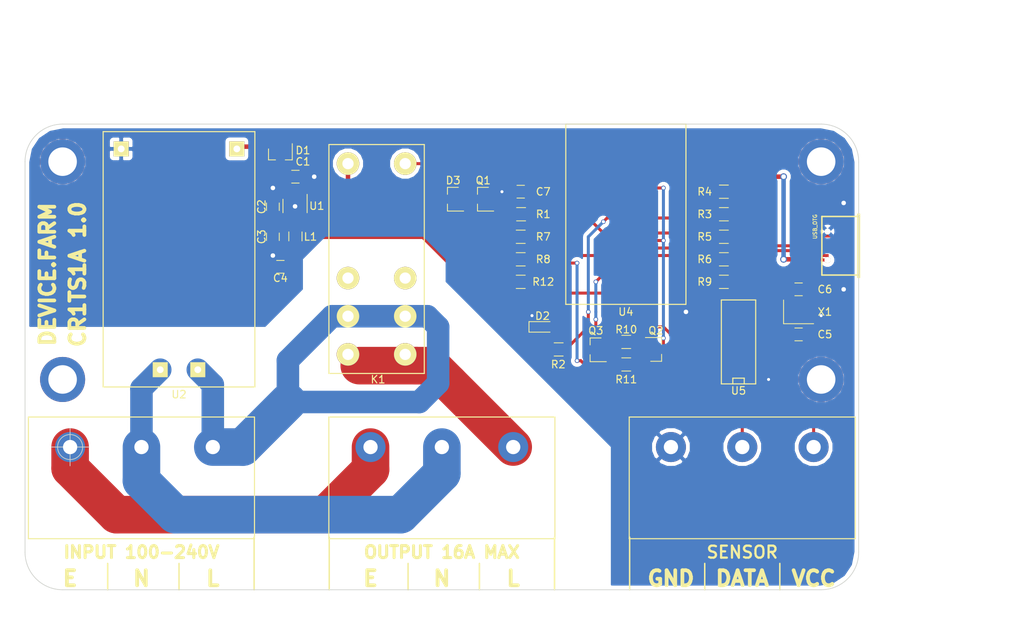
<source format=kicad_pcb>
(kicad_pcb (version 4) (host pcbnew 4.0.7-e2-6376~58~ubuntu16.04.1)

  (general
    (links 83)
    (no_connects 0)
    (area 80.714287 72.3 220.85 151.7)
    (thickness 1.6)
    (drawings 47)
    (tracks 279)
    (zones 0)
    (modules 36)
    (nets 35)
  )

  (page A4)
  (layers
    (0 F.Cu signal)
    (31 B.Cu signal)
    (32 B.Adhes user)
    (33 F.Adhes user)
    (34 B.Paste user)
    (35 F.Paste user)
    (36 B.SilkS user)
    (37 F.SilkS user)
    (38 B.Mask user)
    (39 F.Mask user)
    (40 Dwgs.User user)
    (41 Cmts.User user)
    (42 Eco1.User user)
    (43 Eco2.User user)
    (44 Edge.Cuts user)
    (45 Margin user)
    (46 B.CrtYd user)
    (47 F.CrtYd user)
    (48 B.Fab user)
    (49 F.Fab user hide)
  )

  (setup
    (last_trace_width 0.4)
    (user_trace_width 0.6)
    (user_trace_width 3)
    (user_trace_width 5)
    (trace_clearance 0.2)
    (zone_clearance 0.508)
    (zone_45_only no)
    (trace_min 0.2)
    (segment_width 0.2)
    (edge_width 0.1)
    (via_size 0.6)
    (via_drill 0.4)
    (via_min_size 0.4)
    (via_min_drill 0.3)
    (user_via 0.9 0.6)
    (user_via 3 1)
    (user_via 5 1)
    (uvia_size 0.3)
    (uvia_drill 0.1)
    (uvias_allowed no)
    (uvia_min_size 0.2)
    (uvia_min_drill 0.1)
    (pcb_text_width 0.3)
    (pcb_text_size 1.5 1.5)
    (mod_edge_width 0.15)
    (mod_text_size 1 1)
    (mod_text_width 0.15)
    (pad_size 1.5 1.5)
    (pad_drill 0.6)
    (pad_to_mask_clearance 0)
    (aux_axis_origin 90 124)
    (grid_origin 84 143)
    (visible_elements FFFEFF7F)
    (pcbplotparams
      (layerselection 0x010f0_80000001)
      (usegerberextensions false)
      (excludeedgelayer true)
      (linewidth 0.100000)
      (plotframeref false)
      (viasonmask false)
      (mode 1)
      (useauxorigin false)
      (hpglpennumber 1)
      (hpglpenspeed 20)
      (hpglpendiameter 15)
      (hpglpenoverlay 2)
      (psnegative false)
      (psa4output false)
      (plotreference true)
      (plotvalue true)
      (plotinvisibletext false)
      (padsonsilk false)
      (subtractmaskfromsilk false)
      (outputformat 1)
      (mirror false)
      (drillshape 0)
      (scaleselection 1)
      (outputdirectory gerber/))
  )

  (net 0 "")
  (net 1 /5V)
  (net 2 GND)
  (net 3 "Net-(C2-Pad1)")
  (net 4 "Net-(C3-Pad1)")
  (net 5 VCC)
  (net 6 "Net-(C5-Pad1)")
  (net 7 "Net-(C6-Pad1)")
  (net 8 /ESP/RESET)
  (net 9 /ESP/5V-USB)
  (net 10 /ESP/5V-MAINS)
  (net 11 "Net-(D2-Pad2)")
  (net 12 "Net-(D3-Pad2)")
  (net 13 /MAINS-E)
  (net 14 /MAINS-N)
  (net 15 /MAINS-L-I)
  (net 16 /MAINS-L-O)
  (net 17 /ESP/D-)
  (net 18 /ESP/D+)
  (net 19 "Net-(Q1-Pad1)")
  (net 20 "Net-(Q2-Pad1)")
  (net 21 /ESP/RTS)
  (net 22 "Net-(Q3-Pad1)")
  (net 23 /ESP/DTR)
  (net 24 /ESP/GPIO0)
  (net 25 /SW)
  (net 26 /LED)
  (net 27 /ESP/RX)
  (net 28 "Net-(R3-Pad2)")
  (net 29 /ESP/TX)
  (net 30 "Net-(R4-Pad2)")
  (net 31 /ESP/GPIO2)
  (net 32 /ESP/EN)
  (net 33 /ESP/GPIO15)
  (net 34 /ESP/GPIO12)

  (net_class Default "This is the default net class."
    (clearance 0.2)
    (trace_width 0.4)
    (via_dia 0.6)
    (via_drill 0.4)
    (uvia_dia 0.3)
    (uvia_drill 0.1)
    (add_net /5V)
    (add_net /ESP/5V-MAINS)
    (add_net /ESP/5V-USB)
    (add_net /ESP/D+)
    (add_net /ESP/D-)
    (add_net /ESP/DTR)
    (add_net /ESP/EN)
    (add_net /ESP/GPIO0)
    (add_net /ESP/GPIO12)
    (add_net /ESP/GPIO15)
    (add_net /ESP/GPIO2)
    (add_net /ESP/RESET)
    (add_net /ESP/RTS)
    (add_net /ESP/RX)
    (add_net /ESP/TX)
    (add_net /LED)
    (add_net /MAINS-E)
    (add_net /MAINS-L-I)
    (add_net /MAINS-L-O)
    (add_net /MAINS-N)
    (add_net /SW)
    (add_net GND)
    (add_net "Net-(C2-Pad1)")
    (add_net "Net-(C3-Pad1)")
    (add_net "Net-(C5-Pad1)")
    (add_net "Net-(C6-Pad1)")
    (add_net "Net-(D2-Pad2)")
    (add_net "Net-(D3-Pad2)")
    (add_net "Net-(Q1-Pad1)")
    (add_net "Net-(Q2-Pad1)")
    (add_net "Net-(Q3-Pad1)")
    (add_net "Net-(R3-Pad2)")
    (add_net "Net-(R4-Pad2)")
    (add_net VCC)
  )

  (module Capacitors_SMD:C_0805 (layer F.Cu) (tedit 58AA8463) (tstamp 59C45A60)
    (at 120 88)
    (descr "Capacitor SMD 0805, reflow soldering, AVX (see smccp.pdf)")
    (tags "capacitor 0805")
    (path /5777AEFB/5777B242)
    (attr smd)
    (fp_text reference C1 (at 1 -2) (layer F.SilkS)
      (effects (font (size 1 1) (thickness 0.15)))
    )
    (fp_text value 1u (at 0 1.75) (layer F.Fab)
      (effects (font (size 1 1) (thickness 0.15)))
    )
    (fp_text user %R (at 0 -1.5) (layer F.Fab)
      (effects (font (size 1 1) (thickness 0.15)))
    )
    (fp_line (start -1 0.62) (end -1 -0.62) (layer F.Fab) (width 0.1))
    (fp_line (start 1 0.62) (end -1 0.62) (layer F.Fab) (width 0.1))
    (fp_line (start 1 -0.62) (end 1 0.62) (layer F.Fab) (width 0.1))
    (fp_line (start -1 -0.62) (end 1 -0.62) (layer F.Fab) (width 0.1))
    (fp_line (start 0.5 -0.85) (end -0.5 -0.85) (layer F.SilkS) (width 0.12))
    (fp_line (start -0.5 0.85) (end 0.5 0.85) (layer F.SilkS) (width 0.12))
    (fp_line (start -1.75 -0.88) (end 1.75 -0.88) (layer F.CrtYd) (width 0.05))
    (fp_line (start -1.75 -0.88) (end -1.75 0.87) (layer F.CrtYd) (width 0.05))
    (fp_line (start 1.75 0.87) (end 1.75 -0.88) (layer F.CrtYd) (width 0.05))
    (fp_line (start 1.75 0.87) (end -1.75 0.87) (layer F.CrtYd) (width 0.05))
    (pad 1 smd rect (at -1 0) (size 1 1.25) (layers F.Cu F.Paste F.Mask)
      (net 1 /5V))
    (pad 2 smd rect (at 1 0) (size 1 1.25) (layers F.Cu F.Paste F.Mask)
      (net 2 GND))
    (model Capacitors_SMD.3dshapes/C_0805.wrl
      (at (xyz 0 0 0))
      (scale (xyz 1 1 1))
      (rotate (xyz 0 0 0))
    )
  )

  (module Capacitors_SMD:C_0805 (layer F.Cu) (tedit 58AA8463) (tstamp 59C45A66)
    (at 117 92 90)
    (descr "Capacitor SMD 0805, reflow soldering, AVX (see smccp.pdf)")
    (tags "capacitor 0805")
    (path /5777AEFB/5777B243)
    (attr smd)
    (fp_text reference C2 (at 0 -1.5 270) (layer F.SilkS)
      (effects (font (size 1 1) (thickness 0.15)))
    )
    (fp_text value 22n (at 0 1.75 90) (layer F.Fab)
      (effects (font (size 1 1) (thickness 0.15)))
    )
    (fp_text user %R (at 0 -1.5 90) (layer F.Fab)
      (effects (font (size 1 1) (thickness 0.15)))
    )
    (fp_line (start -1 0.62) (end -1 -0.62) (layer F.Fab) (width 0.1))
    (fp_line (start 1 0.62) (end -1 0.62) (layer F.Fab) (width 0.1))
    (fp_line (start 1 -0.62) (end 1 0.62) (layer F.Fab) (width 0.1))
    (fp_line (start -1 -0.62) (end 1 -0.62) (layer F.Fab) (width 0.1))
    (fp_line (start 0.5 -0.85) (end -0.5 -0.85) (layer F.SilkS) (width 0.12))
    (fp_line (start -0.5 0.85) (end 0.5 0.85) (layer F.SilkS) (width 0.12))
    (fp_line (start -1.75 -0.88) (end 1.75 -0.88) (layer F.CrtYd) (width 0.05))
    (fp_line (start -1.75 -0.88) (end -1.75 0.87) (layer F.CrtYd) (width 0.05))
    (fp_line (start 1.75 0.87) (end 1.75 -0.88) (layer F.CrtYd) (width 0.05))
    (fp_line (start 1.75 0.87) (end -1.75 0.87) (layer F.CrtYd) (width 0.05))
    (pad 1 smd rect (at -1 0 90) (size 1 1.25) (layers F.Cu F.Paste F.Mask)
      (net 3 "Net-(C2-Pad1)"))
    (pad 2 smd rect (at 1 0 90) (size 1 1.25) (layers F.Cu F.Paste F.Mask)
      (net 2 GND))
    (model Capacitors_SMD.3dshapes/C_0805.wrl
      (at (xyz 0 0 0))
      (scale (xyz 1 1 1))
      (rotate (xyz 0 0 0))
    )
  )

  (module Capacitors_SMD:C_0805 (layer F.Cu) (tedit 58AA8463) (tstamp 59C45A6C)
    (at 117 96 270)
    (descr "Capacitor SMD 0805, reflow soldering, AVX (see smccp.pdf)")
    (tags "capacitor 0805")
    (path /5777AEFB/5777B248)
    (attr smd)
    (fp_text reference C3 (at 0 1.5 270) (layer F.SilkS)
      (effects (font (size 1 1) (thickness 0.15)))
    )
    (fp_text value 47u (at 0 1.75 270) (layer F.Fab)
      (effects (font (size 1 1) (thickness 0.15)))
    )
    (fp_text user %R (at 0 -1.5 270) (layer F.Fab)
      (effects (font (size 1 1) (thickness 0.15)))
    )
    (fp_line (start -1 0.62) (end -1 -0.62) (layer F.Fab) (width 0.1))
    (fp_line (start 1 0.62) (end -1 0.62) (layer F.Fab) (width 0.1))
    (fp_line (start 1 -0.62) (end 1 0.62) (layer F.Fab) (width 0.1))
    (fp_line (start -1 -0.62) (end 1 -0.62) (layer F.Fab) (width 0.1))
    (fp_line (start 0.5 -0.85) (end -0.5 -0.85) (layer F.SilkS) (width 0.12))
    (fp_line (start -0.5 0.85) (end 0.5 0.85) (layer F.SilkS) (width 0.12))
    (fp_line (start -1.75 -0.88) (end 1.75 -0.88) (layer F.CrtYd) (width 0.05))
    (fp_line (start -1.75 -0.88) (end -1.75 0.87) (layer F.CrtYd) (width 0.05))
    (fp_line (start 1.75 0.87) (end 1.75 -0.88) (layer F.CrtYd) (width 0.05))
    (fp_line (start 1.75 0.87) (end -1.75 0.87) (layer F.CrtYd) (width 0.05))
    (pad 1 smd rect (at -1 0 270) (size 1 1.25) (layers F.Cu F.Paste F.Mask)
      (net 4 "Net-(C3-Pad1)"))
    (pad 2 smd rect (at 1 0 270) (size 1 1.25) (layers F.Cu F.Paste F.Mask)
      (net 2 GND))
    (model Capacitors_SMD.3dshapes/C_0805.wrl
      (at (xyz 0 0 0))
      (scale (xyz 1 1 1))
      (rotate (xyz 0 0 0))
    )
  )

  (module Capacitors_SMD:C_0805 (layer F.Cu) (tedit 58AA8463) (tstamp 59C45A72)
    (at 118 100 180)
    (descr "Capacitor SMD 0805, reflow soldering, AVX (see smccp.pdf)")
    (tags "capacitor 0805")
    (path /5777AEFB/5777B24E)
    (attr smd)
    (fp_text reference C4 (at 0 -1.5 180) (layer F.SilkS)
      (effects (font (size 1 1) (thickness 0.15)))
    )
    (fp_text value 100n (at 0 1.75 180) (layer F.Fab)
      (effects (font (size 1 1) (thickness 0.15)))
    )
    (fp_text user %R (at 0 -1.5 180) (layer F.Fab)
      (effects (font (size 1 1) (thickness 0.15)))
    )
    (fp_line (start -1 0.62) (end -1 -0.62) (layer F.Fab) (width 0.1))
    (fp_line (start 1 0.62) (end -1 0.62) (layer F.Fab) (width 0.1))
    (fp_line (start 1 -0.62) (end 1 0.62) (layer F.Fab) (width 0.1))
    (fp_line (start -1 -0.62) (end 1 -0.62) (layer F.Fab) (width 0.1))
    (fp_line (start 0.5 -0.85) (end -0.5 -0.85) (layer F.SilkS) (width 0.12))
    (fp_line (start -0.5 0.85) (end 0.5 0.85) (layer F.SilkS) (width 0.12))
    (fp_line (start -1.75 -0.88) (end 1.75 -0.88) (layer F.CrtYd) (width 0.05))
    (fp_line (start -1.75 -0.88) (end -1.75 0.87) (layer F.CrtYd) (width 0.05))
    (fp_line (start 1.75 0.87) (end 1.75 -0.88) (layer F.CrtYd) (width 0.05))
    (fp_line (start 1.75 0.87) (end -1.75 0.87) (layer F.CrtYd) (width 0.05))
    (pad 1 smd rect (at -1 0 180) (size 1 1.25) (layers F.Cu F.Paste F.Mask)
      (net 5 VCC))
    (pad 2 smd rect (at 1 0 180) (size 1 1.25) (layers F.Cu F.Paste F.Mask)
      (net 2 GND))
    (model Capacitors_SMD.3dshapes/C_0805.wrl
      (at (xyz 0 0 0))
      (scale (xyz 1 1 1))
      (rotate (xyz 0 0 0))
    )
  )

  (module Capacitors_SMD:C_0805 (layer F.Cu) (tedit 58AA8463) (tstamp 59C45A78)
    (at 187 109)
    (descr "Capacitor SMD 0805, reflow soldering, AVX (see smccp.pdf)")
    (tags "capacitor 0805")
    (path /5777AEFB/5777B258)
    (attr smd)
    (fp_text reference C5 (at 3.5 0) (layer F.SilkS)
      (effects (font (size 1 1) (thickness 0.15)))
    )
    (fp_text value 22p (at 0 1.75) (layer F.Fab)
      (effects (font (size 1 1) (thickness 0.15)))
    )
    (fp_text user %R (at 0 -1.5) (layer F.Fab)
      (effects (font (size 1 1) (thickness 0.15)))
    )
    (fp_line (start -1 0.62) (end -1 -0.62) (layer F.Fab) (width 0.1))
    (fp_line (start 1 0.62) (end -1 0.62) (layer F.Fab) (width 0.1))
    (fp_line (start 1 -0.62) (end 1 0.62) (layer F.Fab) (width 0.1))
    (fp_line (start -1 -0.62) (end 1 -0.62) (layer F.Fab) (width 0.1))
    (fp_line (start 0.5 -0.85) (end -0.5 -0.85) (layer F.SilkS) (width 0.12))
    (fp_line (start -0.5 0.85) (end 0.5 0.85) (layer F.SilkS) (width 0.12))
    (fp_line (start -1.75 -0.88) (end 1.75 -0.88) (layer F.CrtYd) (width 0.05))
    (fp_line (start -1.75 -0.88) (end -1.75 0.87) (layer F.CrtYd) (width 0.05))
    (fp_line (start 1.75 0.87) (end 1.75 -0.88) (layer F.CrtYd) (width 0.05))
    (fp_line (start 1.75 0.87) (end -1.75 0.87) (layer F.CrtYd) (width 0.05))
    (pad 1 smd rect (at -1 0) (size 1 1.25) (layers F.Cu F.Paste F.Mask)
      (net 6 "Net-(C5-Pad1)"))
    (pad 2 smd rect (at 1 0) (size 1 1.25) (layers F.Cu F.Paste F.Mask)
      (net 2 GND))
    (model Capacitors_SMD.3dshapes/C_0805.wrl
      (at (xyz 0 0 0))
      (scale (xyz 1 1 1))
      (rotate (xyz 0 0 0))
    )
  )

  (module Capacitors_SMD:C_0805 (layer F.Cu) (tedit 58AA8463) (tstamp 59C45A7E)
    (at 187 103 180)
    (descr "Capacitor SMD 0805, reflow soldering, AVX (see smccp.pdf)")
    (tags "capacitor 0805")
    (path /5777AEFB/5777B259)
    (attr smd)
    (fp_text reference C6 (at -3.5 0 180) (layer F.SilkS)
      (effects (font (size 1 1) (thickness 0.15)))
    )
    (fp_text value 22p (at 0 1.75 180) (layer F.Fab)
      (effects (font (size 1 1) (thickness 0.15)))
    )
    (fp_text user %R (at 0 -1.5 180) (layer F.Fab)
      (effects (font (size 1 1) (thickness 0.15)))
    )
    (fp_line (start -1 0.62) (end -1 -0.62) (layer F.Fab) (width 0.1))
    (fp_line (start 1 0.62) (end -1 0.62) (layer F.Fab) (width 0.1))
    (fp_line (start 1 -0.62) (end 1 0.62) (layer F.Fab) (width 0.1))
    (fp_line (start -1 -0.62) (end 1 -0.62) (layer F.Fab) (width 0.1))
    (fp_line (start 0.5 -0.85) (end -0.5 -0.85) (layer F.SilkS) (width 0.12))
    (fp_line (start -0.5 0.85) (end 0.5 0.85) (layer F.SilkS) (width 0.12))
    (fp_line (start -1.75 -0.88) (end 1.75 -0.88) (layer F.CrtYd) (width 0.05))
    (fp_line (start -1.75 -0.88) (end -1.75 0.87) (layer F.CrtYd) (width 0.05))
    (fp_line (start 1.75 0.87) (end 1.75 -0.88) (layer F.CrtYd) (width 0.05))
    (fp_line (start 1.75 0.87) (end -1.75 0.87) (layer F.CrtYd) (width 0.05))
    (pad 1 smd rect (at -1 0 180) (size 1 1.25) (layers F.Cu F.Paste F.Mask)
      (net 7 "Net-(C6-Pad1)"))
    (pad 2 smd rect (at 1 0 180) (size 1 1.25) (layers F.Cu F.Paste F.Mask)
      (net 2 GND))
    (model Capacitors_SMD.3dshapes/C_0805.wrl
      (at (xyz 0 0 0))
      (scale (xyz 1 1 1))
      (rotate (xyz 0 0 0))
    )
  )

  (module Capacitors_SMD:C_0805 (layer F.Cu) (tedit 58AA8463) (tstamp 59C45A84)
    (at 150 90)
    (descr "Capacitor SMD 0805, reflow soldering, AVX (see smccp.pdf)")
    (tags "capacitor 0805")
    (path /5777AEFB/5777B261)
    (attr smd)
    (fp_text reference C7 (at 3 0) (layer F.SilkS)
      (effects (font (size 1 1) (thickness 0.15)))
    )
    (fp_text value 100n (at 0 1.75) (layer F.Fab)
      (effects (font (size 1 1) (thickness 0.15)))
    )
    (fp_text user %R (at 0 -1.5) (layer F.Fab)
      (effects (font (size 1 1) (thickness 0.15)))
    )
    (fp_line (start -1 0.62) (end -1 -0.62) (layer F.Fab) (width 0.1))
    (fp_line (start 1 0.62) (end -1 0.62) (layer F.Fab) (width 0.1))
    (fp_line (start 1 -0.62) (end 1 0.62) (layer F.Fab) (width 0.1))
    (fp_line (start -1 -0.62) (end 1 -0.62) (layer F.Fab) (width 0.1))
    (fp_line (start 0.5 -0.85) (end -0.5 -0.85) (layer F.SilkS) (width 0.12))
    (fp_line (start -0.5 0.85) (end 0.5 0.85) (layer F.SilkS) (width 0.12))
    (fp_line (start -1.75 -0.88) (end 1.75 -0.88) (layer F.CrtYd) (width 0.05))
    (fp_line (start -1.75 -0.88) (end -1.75 0.87) (layer F.CrtYd) (width 0.05))
    (fp_line (start 1.75 0.87) (end 1.75 -0.88) (layer F.CrtYd) (width 0.05))
    (fp_line (start 1.75 0.87) (end -1.75 0.87) (layer F.CrtYd) (width 0.05))
    (pad 1 smd rect (at -1 0) (size 1 1.25) (layers F.Cu F.Paste F.Mask)
      (net 2 GND))
    (pad 2 smd rect (at 1 0) (size 1 1.25) (layers F.Cu F.Paste F.Mask)
      (net 8 /ESP/RESET))
    (model Capacitors_SMD.3dshapes/C_0805.wrl
      (at (xyz 0 0 0))
      (scale (xyz 1 1 1))
      (rotate (xyz 0 0 0))
    )
  )

  (module TO_SOT_Packages_SMD:SOT-23 (layer F.Cu) (tedit 58CE4E7E) (tstamp 59C45A8B)
    (at 118 85 270)
    (descr "SOT-23, Standard")
    (tags SOT-23)
    (path /5777AEFB/579135F5)
    (attr smd)
    (fp_text reference D1 (at -0.5 -3 360) (layer F.SilkS)
      (effects (font (size 1 1) (thickness 0.15)))
    )
    (fp_text value BAT54C (at 0 2.5 270) (layer F.Fab)
      (effects (font (size 1 1) (thickness 0.15)))
    )
    (fp_text user %R (at -1 8.05 360) (layer F.Fab)
      (effects (font (size 0.5 0.5) (thickness 0.075)))
    )
    (fp_line (start -0.7 -0.95) (end -0.7 1.5) (layer F.Fab) (width 0.1))
    (fp_line (start -0.15 -1.52) (end 0.7 -1.52) (layer F.Fab) (width 0.1))
    (fp_line (start -0.7 -0.95) (end -0.15 -1.52) (layer F.Fab) (width 0.1))
    (fp_line (start 0.7 -1.52) (end 0.7 1.52) (layer F.Fab) (width 0.1))
    (fp_line (start -0.7 1.52) (end 0.7 1.52) (layer F.Fab) (width 0.1))
    (fp_line (start 0.76 1.58) (end 0.76 0.65) (layer F.SilkS) (width 0.12))
    (fp_line (start 0.76 -1.58) (end 0.76 -0.65) (layer F.SilkS) (width 0.12))
    (fp_line (start -1.7 -1.75) (end 1.7 -1.75) (layer F.CrtYd) (width 0.05))
    (fp_line (start 1.7 -1.75) (end 1.7 1.75) (layer F.CrtYd) (width 0.05))
    (fp_line (start 1.7 1.75) (end -1.7 1.75) (layer F.CrtYd) (width 0.05))
    (fp_line (start -1.7 1.75) (end -1.7 -1.75) (layer F.CrtYd) (width 0.05))
    (fp_line (start 0.76 -1.58) (end -1.4 -1.58) (layer F.SilkS) (width 0.12))
    (fp_line (start 0.76 1.58) (end -0.7 1.58) (layer F.SilkS) (width 0.12))
    (pad 1 smd rect (at -1 -0.95 270) (size 0.9 0.8) (layers F.Cu F.Paste F.Mask)
      (net 9 /ESP/5V-USB))
    (pad 2 smd rect (at -1 0.95 270) (size 0.9 0.8) (layers F.Cu F.Paste F.Mask)
      (net 10 /ESP/5V-MAINS))
    (pad 3 smd rect (at 1 0 270) (size 0.9 0.8) (layers F.Cu F.Paste F.Mask)
      (net 1 /5V))
    (model ${KISYS3DMOD}/TO_SOT_Packages_SMD.3dshapes/SOT-23.wrl
      (at (xyz 0 0 0))
      (scale (xyz 1 1 1))
      (rotate (xyz 0 0 0))
    )
  )

  (module LEDs:LED_0805 (layer F.Cu) (tedit 59959803) (tstamp 59C45A91)
    (at 152.9 108)
    (descr "LED 0805 smd package")
    (tags "LED led 0805 SMD smd SMT smt smdled SMDLED smtled SMTLED")
    (path /57624710)
    (attr smd)
    (fp_text reference D2 (at 0 -1.45) (layer F.SilkS)
      (effects (font (size 1 1) (thickness 0.15)))
    )
    (fp_text value LED (at 0 1.55) (layer F.Fab)
      (effects (font (size 1 1) (thickness 0.15)))
    )
    (fp_line (start -1.8 -0.7) (end -1.8 0.7) (layer F.SilkS) (width 0.12))
    (fp_line (start -0.4 -0.4) (end -0.4 0.4) (layer F.Fab) (width 0.1))
    (fp_line (start -0.4 0) (end 0.2 -0.4) (layer F.Fab) (width 0.1))
    (fp_line (start 0.2 0.4) (end -0.4 0) (layer F.Fab) (width 0.1))
    (fp_line (start 0.2 -0.4) (end 0.2 0.4) (layer F.Fab) (width 0.1))
    (fp_line (start 1 0.6) (end -1 0.6) (layer F.Fab) (width 0.1))
    (fp_line (start 1 -0.6) (end 1 0.6) (layer F.Fab) (width 0.1))
    (fp_line (start -1 -0.6) (end 1 -0.6) (layer F.Fab) (width 0.1))
    (fp_line (start -1 0.6) (end -1 -0.6) (layer F.Fab) (width 0.1))
    (fp_line (start -1.8 0.7) (end 1 0.7) (layer F.SilkS) (width 0.12))
    (fp_line (start -1.8 -0.7) (end 1 -0.7) (layer F.SilkS) (width 0.12))
    (fp_line (start 1.95 -0.85) (end 1.95 0.85) (layer F.CrtYd) (width 0.05))
    (fp_line (start 1.95 0.85) (end -1.95 0.85) (layer F.CrtYd) (width 0.05))
    (fp_line (start -1.95 0.85) (end -1.95 -0.85) (layer F.CrtYd) (width 0.05))
    (fp_line (start -1.95 -0.85) (end 1.95 -0.85) (layer F.CrtYd) (width 0.05))
    (fp_text user %R (at 0 -1.25) (layer F.Fab)
      (effects (font (size 0.4 0.4) (thickness 0.1)))
    )
    (pad 2 smd rect (at 1.1 0 180) (size 1.2 1.2) (layers F.Cu F.Paste F.Mask)
      (net 11 "Net-(D2-Pad2)"))
    (pad 1 smd rect (at -1.1 0 180) (size 1.2 1.2) (layers F.Cu F.Paste F.Mask)
      (net 2 GND))
    (model ${KISYS3DMOD}/LEDs.3dshapes/LED_0805.wrl
      (at (xyz 0 0 0))
      (scale (xyz 1 1 1))
      (rotate (xyz 0 0 180))
    )
  )

  (module TO_SOT_Packages_SMD:SOT-23 (layer F.Cu) (tedit 58CE4E7E) (tstamp 59C45A98)
    (at 141 91 180)
    (descr "SOT-23, Standard")
    (tags SOT-23)
    (path /5791689A)
    (attr smd)
    (fp_text reference D3 (at 0 2.5 180) (layer F.SilkS)
      (effects (font (size 1 1) (thickness 0.15)))
    )
    (fp_text value BAT54C (at 0 2.5 180) (layer F.Fab)
      (effects (font (size 1 1) (thickness 0.15)))
    )
    (fp_text user %R (at 0 0 270) (layer F.Fab)
      (effects (font (size 0.5 0.5) (thickness 0.075)))
    )
    (fp_line (start -0.7 -0.95) (end -0.7 1.5) (layer F.Fab) (width 0.1))
    (fp_line (start -0.15 -1.52) (end 0.7 -1.52) (layer F.Fab) (width 0.1))
    (fp_line (start -0.7 -0.95) (end -0.15 -1.52) (layer F.Fab) (width 0.1))
    (fp_line (start 0.7 -1.52) (end 0.7 1.52) (layer F.Fab) (width 0.1))
    (fp_line (start -0.7 1.52) (end 0.7 1.52) (layer F.Fab) (width 0.1))
    (fp_line (start 0.76 1.58) (end 0.76 0.65) (layer F.SilkS) (width 0.12))
    (fp_line (start 0.76 -1.58) (end 0.76 -0.65) (layer F.SilkS) (width 0.12))
    (fp_line (start -1.7 -1.75) (end 1.7 -1.75) (layer F.CrtYd) (width 0.05))
    (fp_line (start 1.7 -1.75) (end 1.7 1.75) (layer F.CrtYd) (width 0.05))
    (fp_line (start 1.7 1.75) (end -1.7 1.75) (layer F.CrtYd) (width 0.05))
    (fp_line (start -1.7 1.75) (end -1.7 -1.75) (layer F.CrtYd) (width 0.05))
    (fp_line (start 0.76 -1.58) (end -1.4 -1.58) (layer F.SilkS) (width 0.12))
    (fp_line (start 0.76 1.58) (end -0.7 1.58) (layer F.SilkS) (width 0.12))
    (pad 1 smd rect (at -1 -0.95 180) (size 0.9 0.8) (layers F.Cu F.Paste F.Mask))
    (pad 2 smd rect (at -1 0.95 180) (size 0.9 0.8) (layers F.Cu F.Paste F.Mask)
      (net 12 "Net-(D3-Pad2)"))
    (pad 3 smd rect (at 1 0 180) (size 0.9 0.8) (layers F.Cu F.Paste F.Mask)
      (net 1 /5V))
    (model ${KISYS3DMOD}/TO_SOT_Packages_SMD.3dshapes/SOT-23.wrl
      (at (xyz 0 0 0))
      (scale (xyz 1 1 1))
      (rotate (xyz 0 0 0))
    )
  )

  (module Resistors_SMD:R_0805 (layer F.Cu) (tedit 58E0A804) (tstamp 59C45AB8)
    (at 120 95.95 90)
    (descr "Resistor SMD 0805, reflow soldering, Vishay (see dcrcw.pdf)")
    (tags "resistor 0805")
    (path /5777AEFB/577D6F12)
    (attr smd)
    (fp_text reference L1 (at -0.05 2 180) (layer F.SilkS)
      (effects (font (size 1 1) (thickness 0.15)))
    )
    (fp_text value "Ferrite bead" (at 0 1.75 90) (layer F.Fab)
      (effects (font (size 1 1) (thickness 0.15)))
    )
    (fp_text user %R (at 0 0 90) (layer F.Fab)
      (effects (font (size 0.5 0.5) (thickness 0.075)))
    )
    (fp_line (start -1 0.62) (end -1 -0.62) (layer F.Fab) (width 0.1))
    (fp_line (start 1 0.62) (end -1 0.62) (layer F.Fab) (width 0.1))
    (fp_line (start 1 -0.62) (end 1 0.62) (layer F.Fab) (width 0.1))
    (fp_line (start -1 -0.62) (end 1 -0.62) (layer F.Fab) (width 0.1))
    (fp_line (start 0.6 0.88) (end -0.6 0.88) (layer F.SilkS) (width 0.12))
    (fp_line (start -0.6 -0.88) (end 0.6 -0.88) (layer F.SilkS) (width 0.12))
    (fp_line (start -1.55 -0.9) (end 1.55 -0.9) (layer F.CrtYd) (width 0.05))
    (fp_line (start -1.55 -0.9) (end -1.55 0.9) (layer F.CrtYd) (width 0.05))
    (fp_line (start 1.55 0.9) (end 1.55 -0.9) (layer F.CrtYd) (width 0.05))
    (fp_line (start 1.55 0.9) (end -1.55 0.9) (layer F.CrtYd) (width 0.05))
    (pad 1 smd rect (at -0.95 0 90) (size 0.7 1.3) (layers F.Cu F.Paste F.Mask)
      (net 5 VCC))
    (pad 2 smd rect (at 0.95 0 90) (size 0.7 1.3) (layers F.Cu F.Paste F.Mask)
      (net 4 "Net-(C3-Pad1)"))
    (model ${KISYS3DMOD}/Resistors_SMD.3dshapes/R_0805.wrl
      (at (xyz 0 0 0))
      (scale (xyz 1 1 1))
      (rotate (xyz 0 0 0))
    )
  )

  (module device.farm:conn_usb_B_micro_smd-2 (layer F.Cu) (tedit 59C6E708) (tstamp 59C45ADC)
    (at 193 97.19888 90)
    (descr "USB B micro SMD connector with retention pins")
    (path /5777AEFB/5777B24C)
    (fp_text reference P1 (at 0 2.60096 90) (layer F.SilkS) hide
      (effects (font (size 0.50038 0.50038) (thickness 0.09906)))
    )
    (fp_text value USB_OTG (at 2.54 -3.81 90) (layer F.SilkS)
      (effects (font (size 0.50038 0.50038) (thickness 0.09906)))
    )
    (fp_line (start -4.20116 1.99898) (end 4.20116 1.99898) (layer F.SilkS) (width 0.20066))
    (fp_line (start -4.20116 2.10058) (end 4.20116 2.10058) (layer F.SilkS) (width 0.20066))
    (fp_line (start 4.20116 2.10058) (end 4.20116 1.89992) (layer F.SilkS) (width 0.20066))
    (fp_line (start 4.20116 1.89992) (end -4.20116 1.89992) (layer F.SilkS) (width 0.20066))
    (fp_line (start -4.20116 1.89992) (end -4.20116 2.10058) (layer F.SilkS) (width 0.20066))
    (fp_line (start -3.8989 2.10058) (end -3.8989 -2.90068) (layer F.SilkS) (width 0.20066))
    (fp_line (start -3.8989 -2.90068) (end 3.8989 -2.90068) (layer F.SilkS) (width 0.20066))
    (fp_line (start 3.8989 -2.90068) (end 3.8989 2.10058) (layer F.SilkS) (width 0.20066))
    (pad 6 smd rect (at -1.19888 0 90) (size 1.89738 1.89738) (layers F.Cu F.Paste F.Mask)
      (net 2 GND))
    (pad 6 smd rect (at 1.19888 0 90) (size 1.89738 1.89738) (layers F.Cu F.Paste F.Mask)
      (net 2 GND))
    (pad 6 smd rect (at 3.9497 0 90) (size 1.89738 1.89738) (layers F.Cu F.Paste F.Mask)
      (net 2 GND))
    (pad 6 smd rect (at -3.9497 0 90) (size 1.89738 1.89738) (layers F.Cu F.Paste F.Mask)
      (net 2 GND))
    (pad 1 smd rect (at -1.30048 -3 90) (size 0.39878 2) (layers F.Cu F.Paste F.Mask)
      (net 9 /ESP/5V-USB))
    (pad 2 smd rect (at -0.6477 -3 90) (size 0.39878 2) (layers F.Cu F.Paste F.Mask)
      (net 17 /ESP/D-))
    (pad 3 smd rect (at 0 -3 90) (size 0.39878 2) (layers F.Cu F.Paste F.Mask)
      (net 18 /ESP/D+))
    (pad 4 smd rect (at 0.6477 -3 90) (size 0.39878 2) (layers F.Cu F.Paste F.Mask))
    (pad 5 smd rect (at 1.30048 -3 90) (size 0.39878 2) (layers F.Cu F.Paste F.Mask)
      (net 2 GND))
    (pad 5 thru_hole circle (at 1.89738 -2.1463 90) (size 0.79756 0.79756) (drill 0.79756) (layers *.Cu *.Mask F.SilkS)
      (net 2 GND))
    (pad 1 thru_hole circle (at -1.89992 -2.14884 90) (size 0.79756 0.79756) (drill 0.79756) (layers *.Cu *.Mask F.SilkS)
      (net 9 /ESP/5V-USB))
    (model ${DF}/conn_usb_B_micro_smd-2.wrl
      (at (xyz 0 0 0))
      (scale (xyz 1 1 1))
      (rotate (xyz 0 0 0))
    )
  )

  (module TO_SOT_Packages_SMD:SOT-23 (layer F.Cu) (tedit 58CE4E7E) (tstamp 59C45AE3)
    (at 145 91 180)
    (descr "SOT-23, Standard")
    (tags SOT-23)
    (path /57616111)
    (attr smd)
    (fp_text reference Q1 (at 0 2.5 180) (layer F.SilkS)
      (effects (font (size 1 1) (thickness 0.15)))
    )
    (fp_text value MMBT3904 (at 0 2.5 180) (layer F.Fab)
      (effects (font (size 1 1) (thickness 0.15)))
    )
    (fp_text user %R (at 0 0.05 270) (layer F.Fab)
      (effects (font (size 0.5 0.5) (thickness 0.075)))
    )
    (fp_line (start -0.7 -0.95) (end -0.7 1.5) (layer F.Fab) (width 0.1))
    (fp_line (start -0.15 -1.52) (end 0.7 -1.52) (layer F.Fab) (width 0.1))
    (fp_line (start -0.7 -0.95) (end -0.15 -1.52) (layer F.Fab) (width 0.1))
    (fp_line (start 0.7 -1.52) (end 0.7 1.52) (layer F.Fab) (width 0.1))
    (fp_line (start -0.7 1.52) (end 0.7 1.52) (layer F.Fab) (width 0.1))
    (fp_line (start 0.76 1.58) (end 0.76 0.65) (layer F.SilkS) (width 0.12))
    (fp_line (start 0.76 -1.58) (end 0.76 -0.65) (layer F.SilkS) (width 0.12))
    (fp_line (start -1.7 -1.75) (end 1.7 -1.75) (layer F.CrtYd) (width 0.05))
    (fp_line (start 1.7 -1.75) (end 1.7 1.75) (layer F.CrtYd) (width 0.05))
    (fp_line (start 1.7 1.75) (end -1.7 1.75) (layer F.CrtYd) (width 0.05))
    (fp_line (start -1.7 1.75) (end -1.7 -1.75) (layer F.CrtYd) (width 0.05))
    (fp_line (start 0.76 -1.58) (end -1.4 -1.58) (layer F.SilkS) (width 0.12))
    (fp_line (start 0.76 1.58) (end -0.7 1.58) (layer F.SilkS) (width 0.12))
    (pad 1 smd rect (at -1 -0.95 180) (size 0.9 0.8) (layers F.Cu F.Paste F.Mask)
      (net 19 "Net-(Q1-Pad1)"))
    (pad 2 smd rect (at -1 0.95 180) (size 0.9 0.8) (layers F.Cu F.Paste F.Mask)
      (net 2 GND))
    (pad 3 smd rect (at 1 0 180) (size 0.9 0.8) (layers F.Cu F.Paste F.Mask)
      (net 12 "Net-(D3-Pad2)"))
    (model ${KISYS3DMOD}/TO_SOT_Packages_SMD.3dshapes/SOT-23.wrl
      (at (xyz 0 0 0))
      (scale (xyz 1 1 1))
      (rotate (xyz 0 0 0))
    )
  )

  (module TO_SOT_Packages_SMD:SOT-23 (layer F.Cu) (tedit 58CE4E7E) (tstamp 59C45AEA)
    (at 168 111)
    (descr "SOT-23, Standard")
    (tags SOT-23)
    (path /5777AEFB/5777B252)
    (attr smd)
    (fp_text reference Q2 (at 0 -2.5) (layer F.SilkS)
      (effects (font (size 1 1) (thickness 0.15)))
    )
    (fp_text value MMBT3904 (at 0 2.5) (layer F.Fab)
      (effects (font (size 1 1) (thickness 0.15)))
    )
    (fp_text user %R (at 0 0 90) (layer F.Fab)
      (effects (font (size 0.5 0.5) (thickness 0.075)))
    )
    (fp_line (start -0.7 -0.95) (end -0.7 1.5) (layer F.Fab) (width 0.1))
    (fp_line (start -0.15 -1.52) (end 0.7 -1.52) (layer F.Fab) (width 0.1))
    (fp_line (start -0.7 -0.95) (end -0.15 -1.52) (layer F.Fab) (width 0.1))
    (fp_line (start 0.7 -1.52) (end 0.7 1.52) (layer F.Fab) (width 0.1))
    (fp_line (start -0.7 1.52) (end 0.7 1.52) (layer F.Fab) (width 0.1))
    (fp_line (start 0.76 1.58) (end 0.76 0.65) (layer F.SilkS) (width 0.12))
    (fp_line (start 0.76 -1.58) (end 0.76 -0.65) (layer F.SilkS) (width 0.12))
    (fp_line (start -1.7 -1.75) (end 1.7 -1.75) (layer F.CrtYd) (width 0.05))
    (fp_line (start 1.7 -1.75) (end 1.7 1.75) (layer F.CrtYd) (width 0.05))
    (fp_line (start 1.7 1.75) (end -1.7 1.75) (layer F.CrtYd) (width 0.05))
    (fp_line (start -1.7 1.75) (end -1.7 -1.75) (layer F.CrtYd) (width 0.05))
    (fp_line (start 0.76 -1.58) (end -1.4 -1.58) (layer F.SilkS) (width 0.12))
    (fp_line (start 0.76 1.58) (end -0.7 1.58) (layer F.SilkS) (width 0.12))
    (pad 1 smd rect (at -1 -0.95) (size 0.9 0.8) (layers F.Cu F.Paste F.Mask)
      (net 20 "Net-(Q2-Pad1)"))
    (pad 2 smd rect (at -1 0.95) (size 0.9 0.8) (layers F.Cu F.Paste F.Mask)
      (net 21 /ESP/RTS))
    (pad 3 smd rect (at 1 0) (size 0.9 0.8) (layers F.Cu F.Paste F.Mask)
      (net 8 /ESP/RESET))
    (model ${KISYS3DMOD}/TO_SOT_Packages_SMD.3dshapes/SOT-23.wrl
      (at (xyz 0 0 0))
      (scale (xyz 1 1 1))
      (rotate (xyz 0 0 0))
    )
  )

  (module TO_SOT_Packages_SMD:SOT-23 (layer F.Cu) (tedit 58CE4E7E) (tstamp 59C45AF1)
    (at 160 111.05 180)
    (descr "SOT-23, Standard")
    (tags SOT-23)
    (path /5777AEFB/5777B253)
    (attr smd)
    (fp_text reference Q3 (at 0 2.55 180) (layer F.SilkS)
      (effects (font (size 1 1) (thickness 0.15)))
    )
    (fp_text value MMBT3904 (at 0 2.5 180) (layer F.Fab)
      (effects (font (size 1 1) (thickness 0.15)))
    )
    (fp_text user %R (at 0 0 270) (layer F.Fab)
      (effects (font (size 0.5 0.5) (thickness 0.075)))
    )
    (fp_line (start -0.7 -0.95) (end -0.7 1.5) (layer F.Fab) (width 0.1))
    (fp_line (start -0.15 -1.52) (end 0.7 -1.52) (layer F.Fab) (width 0.1))
    (fp_line (start -0.7 -0.95) (end -0.15 -1.52) (layer F.Fab) (width 0.1))
    (fp_line (start 0.7 -1.52) (end 0.7 1.52) (layer F.Fab) (width 0.1))
    (fp_line (start -0.7 1.52) (end 0.7 1.52) (layer F.Fab) (width 0.1))
    (fp_line (start 0.76 1.58) (end 0.76 0.65) (layer F.SilkS) (width 0.12))
    (fp_line (start 0.76 -1.58) (end 0.76 -0.65) (layer F.SilkS) (width 0.12))
    (fp_line (start -1.7 -1.75) (end 1.7 -1.75) (layer F.CrtYd) (width 0.05))
    (fp_line (start 1.7 -1.75) (end 1.7 1.75) (layer F.CrtYd) (width 0.05))
    (fp_line (start 1.7 1.75) (end -1.7 1.75) (layer F.CrtYd) (width 0.05))
    (fp_line (start -1.7 1.75) (end -1.7 -1.75) (layer F.CrtYd) (width 0.05))
    (fp_line (start 0.76 -1.58) (end -1.4 -1.58) (layer F.SilkS) (width 0.12))
    (fp_line (start 0.76 1.58) (end -0.7 1.58) (layer F.SilkS) (width 0.12))
    (pad 1 smd rect (at -1 -0.95 180) (size 0.9 0.8) (layers F.Cu F.Paste F.Mask)
      (net 22 "Net-(Q3-Pad1)"))
    (pad 2 smd rect (at -1 0.95 180) (size 0.9 0.8) (layers F.Cu F.Paste F.Mask)
      (net 23 /ESP/DTR))
    (pad 3 smd rect (at 1 0 180) (size 0.9 0.8) (layers F.Cu F.Paste F.Mask)
      (net 24 /ESP/GPIO0))
    (model ${KISYS3DMOD}/TO_SOT_Packages_SMD.3dshapes/SOT-23.wrl
      (at (xyz 0 0 0))
      (scale (xyz 1 1 1))
      (rotate (xyz 0 0 0))
    )
  )

  (module Resistors_SMD:R_0805 (layer F.Cu) (tedit 58E0A804) (tstamp 59C45AF7)
    (at 150.05 93)
    (descr "Resistor SMD 0805, reflow soldering, Vishay (see dcrcw.pdf)")
    (tags "resistor 0805")
    (path /5761638C)
    (attr smd)
    (fp_text reference R1 (at 2.95 0) (layer F.SilkS)
      (effects (font (size 1 1) (thickness 0.15)))
    )
    (fp_text value 1k5 (at 0 1.75) (layer F.Fab)
      (effects (font (size 1 1) (thickness 0.15)))
    )
    (fp_text user %R (at 0 0) (layer F.Fab)
      (effects (font (size 0.5 0.5) (thickness 0.075)))
    )
    (fp_line (start -1 0.62) (end -1 -0.62) (layer F.Fab) (width 0.1))
    (fp_line (start 1 0.62) (end -1 0.62) (layer F.Fab) (width 0.1))
    (fp_line (start 1 -0.62) (end 1 0.62) (layer F.Fab) (width 0.1))
    (fp_line (start -1 -0.62) (end 1 -0.62) (layer F.Fab) (width 0.1))
    (fp_line (start 0.6 0.88) (end -0.6 0.88) (layer F.SilkS) (width 0.12))
    (fp_line (start -0.6 -0.88) (end 0.6 -0.88) (layer F.SilkS) (width 0.12))
    (fp_line (start -1.55 -0.9) (end 1.55 -0.9) (layer F.CrtYd) (width 0.05))
    (fp_line (start -1.55 -0.9) (end -1.55 0.9) (layer F.CrtYd) (width 0.05))
    (fp_line (start 1.55 0.9) (end 1.55 -0.9) (layer F.CrtYd) (width 0.05))
    (fp_line (start 1.55 0.9) (end -1.55 0.9) (layer F.CrtYd) (width 0.05))
    (pad 1 smd rect (at -0.95 0) (size 0.7 1.3) (layers F.Cu F.Paste F.Mask)
      (net 19 "Net-(Q1-Pad1)"))
    (pad 2 smd rect (at 0.95 0) (size 0.7 1.3) (layers F.Cu F.Paste F.Mask)
      (net 25 /SW))
    (model ${KISYS3DMOD}/Resistors_SMD.3dshapes/R_0805.wrl
      (at (xyz 0 0 0))
      (scale (xyz 1 1 1))
      (rotate (xyz 0 0 0))
    )
  )

  (module Resistors_SMD:R_0805 (layer F.Cu) (tedit 58E0A804) (tstamp 59C45AFD)
    (at 155.05 111 180)
    (descr "Resistor SMD 0805, reflow soldering, Vishay (see dcrcw.pdf)")
    (tags "resistor 0805")
    (path /5762449B)
    (attr smd)
    (fp_text reference R2 (at 0.05 -2 180) (layer F.SilkS)
      (effects (font (size 1 1) (thickness 0.15)))
    )
    (fp_text value 270R (at 0 1.75 180) (layer F.Fab)
      (effects (font (size 1 1) (thickness 0.15)))
    )
    (fp_text user %R (at 7 0 180) (layer F.Fab)
      (effects (font (size 0.5 0.5) (thickness 0.075)))
    )
    (fp_line (start -1 0.62) (end -1 -0.62) (layer F.Fab) (width 0.1))
    (fp_line (start 1 0.62) (end -1 0.62) (layer F.Fab) (width 0.1))
    (fp_line (start 1 -0.62) (end 1 0.62) (layer F.Fab) (width 0.1))
    (fp_line (start -1 -0.62) (end 1 -0.62) (layer F.Fab) (width 0.1))
    (fp_line (start 0.6 0.88) (end -0.6 0.88) (layer F.SilkS) (width 0.12))
    (fp_line (start -0.6 -0.88) (end 0.6 -0.88) (layer F.SilkS) (width 0.12))
    (fp_line (start -1.55 -0.9) (end 1.55 -0.9) (layer F.CrtYd) (width 0.05))
    (fp_line (start -1.55 -0.9) (end -1.55 0.9) (layer F.CrtYd) (width 0.05))
    (fp_line (start 1.55 0.9) (end 1.55 -0.9) (layer F.CrtYd) (width 0.05))
    (fp_line (start 1.55 0.9) (end -1.55 0.9) (layer F.CrtYd) (width 0.05))
    (pad 1 smd rect (at -0.95 0 180) (size 0.7 1.3) (layers F.Cu F.Paste F.Mask)
      (net 26 /LED))
    (pad 2 smd rect (at 0.95 0 180) (size 0.7 1.3) (layers F.Cu F.Paste F.Mask)
      (net 11 "Net-(D2-Pad2)"))
    (model ${KISYS3DMOD}/Resistors_SMD.3dshapes/R_0805.wrl
      (at (xyz 0 0 0))
      (scale (xyz 1 1 1))
      (rotate (xyz 0 0 0))
    )
  )

  (module Resistors_SMD:R_0805 (layer F.Cu) (tedit 58E0A804) (tstamp 59C45B03)
    (at 177.05 93)
    (descr "Resistor SMD 0805, reflow soldering, Vishay (see dcrcw.pdf)")
    (tags "resistor 0805")
    (path /5777AEFB/5777B250)
    (attr smd)
    (fp_text reference R3 (at -2.55 0) (layer F.SilkS)
      (effects (font (size 1 1) (thickness 0.15)))
    )
    (fp_text value 1k5 (at 0 1.75) (layer F.Fab)
      (effects (font (size 1 1) (thickness 0.15)))
    )
    (fp_text user %R (at 0 0) (layer F.Fab)
      (effects (font (size 0.5 0.5) (thickness 0.075)))
    )
    (fp_line (start -1 0.62) (end -1 -0.62) (layer F.Fab) (width 0.1))
    (fp_line (start 1 0.62) (end -1 0.62) (layer F.Fab) (width 0.1))
    (fp_line (start 1 -0.62) (end 1 0.62) (layer F.Fab) (width 0.1))
    (fp_line (start -1 -0.62) (end 1 -0.62) (layer F.Fab) (width 0.1))
    (fp_line (start 0.6 0.88) (end -0.6 0.88) (layer F.SilkS) (width 0.12))
    (fp_line (start -0.6 -0.88) (end 0.6 -0.88) (layer F.SilkS) (width 0.12))
    (fp_line (start -1.55 -0.9) (end 1.55 -0.9) (layer F.CrtYd) (width 0.05))
    (fp_line (start -1.55 -0.9) (end -1.55 0.9) (layer F.CrtYd) (width 0.05))
    (fp_line (start 1.55 0.9) (end 1.55 -0.9) (layer F.CrtYd) (width 0.05))
    (fp_line (start 1.55 0.9) (end -1.55 0.9) (layer F.CrtYd) (width 0.05))
    (pad 1 smd rect (at -0.95 0) (size 0.7 1.3) (layers F.Cu F.Paste F.Mask)
      (net 27 /ESP/RX))
    (pad 2 smd rect (at 0.95 0) (size 0.7 1.3) (layers F.Cu F.Paste F.Mask)
      (net 28 "Net-(R3-Pad2)"))
    (model ${KISYS3DMOD}/Resistors_SMD.3dshapes/R_0805.wrl
      (at (xyz 0 0 0))
      (scale (xyz 1 1 1))
      (rotate (xyz 0 0 0))
    )
  )

  (module Resistors_SMD:R_0805 (layer F.Cu) (tedit 58E0A804) (tstamp 59C45B09)
    (at 177.05 90)
    (descr "Resistor SMD 0805, reflow soldering, Vishay (see dcrcw.pdf)")
    (tags "resistor 0805")
    (path /5777AEFB/5777B251)
    (attr smd)
    (fp_text reference R4 (at -2.55 0) (layer F.SilkS)
      (effects (font (size 1 1) (thickness 0.15)))
    )
    (fp_text value 1k5 (at 0 1.75) (layer F.Fab)
      (effects (font (size 1 1) (thickness 0.15)))
    )
    (fp_text user %R (at 0 0) (layer F.Fab)
      (effects (font (size 0.5 0.5) (thickness 0.075)))
    )
    (fp_line (start -1 0.62) (end -1 -0.62) (layer F.Fab) (width 0.1))
    (fp_line (start 1 0.62) (end -1 0.62) (layer F.Fab) (width 0.1))
    (fp_line (start 1 -0.62) (end 1 0.62) (layer F.Fab) (width 0.1))
    (fp_line (start -1 -0.62) (end 1 -0.62) (layer F.Fab) (width 0.1))
    (fp_line (start 0.6 0.88) (end -0.6 0.88) (layer F.SilkS) (width 0.12))
    (fp_line (start -0.6 -0.88) (end 0.6 -0.88) (layer F.SilkS) (width 0.12))
    (fp_line (start -1.55 -0.9) (end 1.55 -0.9) (layer F.CrtYd) (width 0.05))
    (fp_line (start -1.55 -0.9) (end -1.55 0.9) (layer F.CrtYd) (width 0.05))
    (fp_line (start 1.55 0.9) (end 1.55 -0.9) (layer F.CrtYd) (width 0.05))
    (fp_line (start 1.55 0.9) (end -1.55 0.9) (layer F.CrtYd) (width 0.05))
    (pad 1 smd rect (at -0.95 0) (size 0.7 1.3) (layers F.Cu F.Paste F.Mask)
      (net 29 /ESP/TX))
    (pad 2 smd rect (at 0.95 0) (size 0.7 1.3) (layers F.Cu F.Paste F.Mask)
      (net 30 "Net-(R4-Pad2)"))
    (model ${KISYS3DMOD}/Resistors_SMD.3dshapes/R_0805.wrl
      (at (xyz 0 0 0))
      (scale (xyz 1 1 1))
      (rotate (xyz 0 0 0))
    )
  )

  (module Resistors_SMD:R_0805 (layer F.Cu) (tedit 58E0A804) (tstamp 59C45B0F)
    (at 177.05 96)
    (descr "Resistor SMD 0805, reflow soldering, Vishay (see dcrcw.pdf)")
    (tags "resistor 0805")
    (path /5777AEFB/5777B25B)
    (attr smd)
    (fp_text reference R5 (at -2.55 0) (layer F.SilkS)
      (effects (font (size 1 1) (thickness 0.15)))
    )
    (fp_text value 10k (at 0 1.75) (layer F.Fab)
      (effects (font (size 1 1) (thickness 0.15)))
    )
    (fp_text user %R (at 0 0) (layer F.Fab)
      (effects (font (size 0.5 0.5) (thickness 0.075)))
    )
    (fp_line (start -1 0.62) (end -1 -0.62) (layer F.Fab) (width 0.1))
    (fp_line (start 1 0.62) (end -1 0.62) (layer F.Fab) (width 0.1))
    (fp_line (start 1 -0.62) (end 1 0.62) (layer F.Fab) (width 0.1))
    (fp_line (start -1 -0.62) (end 1 -0.62) (layer F.Fab) (width 0.1))
    (fp_line (start 0.6 0.88) (end -0.6 0.88) (layer F.SilkS) (width 0.12))
    (fp_line (start -0.6 -0.88) (end 0.6 -0.88) (layer F.SilkS) (width 0.12))
    (fp_line (start -1.55 -0.9) (end 1.55 -0.9) (layer F.CrtYd) (width 0.05))
    (fp_line (start -1.55 -0.9) (end -1.55 0.9) (layer F.CrtYd) (width 0.05))
    (fp_line (start 1.55 0.9) (end 1.55 -0.9) (layer F.CrtYd) (width 0.05))
    (fp_line (start 1.55 0.9) (end -1.55 0.9) (layer F.CrtYd) (width 0.05))
    (pad 1 smd rect (at -0.95 0) (size 0.7 1.3) (layers F.Cu F.Paste F.Mask)
      (net 24 /ESP/GPIO0))
    (pad 2 smd rect (at 0.95 0) (size 0.7 1.3) (layers F.Cu F.Paste F.Mask)
      (net 5 VCC))
    (model ${KISYS3DMOD}/Resistors_SMD.3dshapes/R_0805.wrl
      (at (xyz 0 0 0))
      (scale (xyz 1 1 1))
      (rotate (xyz 0 0 0))
    )
  )

  (module Resistors_SMD:R_0805 (layer F.Cu) (tedit 58E0A804) (tstamp 59C45B15)
    (at 177.05 99)
    (descr "Resistor SMD 0805, reflow soldering, Vishay (see dcrcw.pdf)")
    (tags "resistor 0805")
    (path /5777AEFB/5777B25C)
    (attr smd)
    (fp_text reference R6 (at -2.55 0) (layer F.SilkS)
      (effects (font (size 1 1) (thickness 0.15)))
    )
    (fp_text value 10k (at 0 1.75) (layer F.Fab)
      (effects (font (size 1 1) (thickness 0.15)))
    )
    (fp_text user %R (at 0 0) (layer F.Fab)
      (effects (font (size 0.5 0.5) (thickness 0.075)))
    )
    (fp_line (start -1 0.62) (end -1 -0.62) (layer F.Fab) (width 0.1))
    (fp_line (start 1 0.62) (end -1 0.62) (layer F.Fab) (width 0.1))
    (fp_line (start 1 -0.62) (end 1 0.62) (layer F.Fab) (width 0.1))
    (fp_line (start -1 -0.62) (end 1 -0.62) (layer F.Fab) (width 0.1))
    (fp_line (start 0.6 0.88) (end -0.6 0.88) (layer F.SilkS) (width 0.12))
    (fp_line (start -0.6 -0.88) (end 0.6 -0.88) (layer F.SilkS) (width 0.12))
    (fp_line (start -1.55 -0.9) (end 1.55 -0.9) (layer F.CrtYd) (width 0.05))
    (fp_line (start -1.55 -0.9) (end -1.55 0.9) (layer F.CrtYd) (width 0.05))
    (fp_line (start 1.55 0.9) (end 1.55 -0.9) (layer F.CrtYd) (width 0.05))
    (fp_line (start 1.55 0.9) (end -1.55 0.9) (layer F.CrtYd) (width 0.05))
    (pad 1 smd rect (at -0.95 0) (size 0.7 1.3) (layers F.Cu F.Paste F.Mask)
      (net 31 /ESP/GPIO2))
    (pad 2 smd rect (at 0.95 0) (size 0.7 1.3) (layers F.Cu F.Paste F.Mask)
      (net 5 VCC))
    (model ${KISYS3DMOD}/Resistors_SMD.3dshapes/R_0805.wrl
      (at (xyz 0 0 0))
      (scale (xyz 1 1 1))
      (rotate (xyz 0 0 0))
    )
  )

  (module Resistors_SMD:R_0805 (layer F.Cu) (tedit 58E0A804) (tstamp 59C45B1B)
    (at 150 96 180)
    (descr "Resistor SMD 0805, reflow soldering, Vishay (see dcrcw.pdf)")
    (tags "resistor 0805")
    (path /5777AEFB/5777B25D)
    (attr smd)
    (fp_text reference R7 (at -3 0 180) (layer F.SilkS)
      (effects (font (size 1 1) (thickness 0.15)))
    )
    (fp_text value 10k (at 0 1.75 180) (layer F.Fab)
      (effects (font (size 1 1) (thickness 0.15)))
    )
    (fp_text user %R (at 0 0 180) (layer F.Fab)
      (effects (font (size 0.5 0.5) (thickness 0.075)))
    )
    (fp_line (start -1 0.62) (end -1 -0.62) (layer F.Fab) (width 0.1))
    (fp_line (start 1 0.62) (end -1 0.62) (layer F.Fab) (width 0.1))
    (fp_line (start 1 -0.62) (end 1 0.62) (layer F.Fab) (width 0.1))
    (fp_line (start -1 -0.62) (end 1 -0.62) (layer F.Fab) (width 0.1))
    (fp_line (start 0.6 0.88) (end -0.6 0.88) (layer F.SilkS) (width 0.12))
    (fp_line (start -0.6 -0.88) (end 0.6 -0.88) (layer F.SilkS) (width 0.12))
    (fp_line (start -1.55 -0.9) (end 1.55 -0.9) (layer F.CrtYd) (width 0.05))
    (fp_line (start -1.55 -0.9) (end -1.55 0.9) (layer F.CrtYd) (width 0.05))
    (fp_line (start 1.55 0.9) (end 1.55 -0.9) (layer F.CrtYd) (width 0.05))
    (fp_line (start 1.55 0.9) (end -1.55 0.9) (layer F.CrtYd) (width 0.05))
    (pad 1 smd rect (at -0.95 0 180) (size 0.7 1.3) (layers F.Cu F.Paste F.Mask)
      (net 32 /ESP/EN))
    (pad 2 smd rect (at 0.95 0 180) (size 0.7 1.3) (layers F.Cu F.Paste F.Mask)
      (net 5 VCC))
    (model ${KISYS3DMOD}/Resistors_SMD.3dshapes/R_0805.wrl
      (at (xyz 0 0 0))
      (scale (xyz 1 1 1))
      (rotate (xyz 0 0 0))
    )
  )

  (module Resistors_SMD:R_0805 (layer F.Cu) (tedit 58E0A804) (tstamp 59C45B21)
    (at 150 99 180)
    (descr "Resistor SMD 0805, reflow soldering, Vishay (see dcrcw.pdf)")
    (tags "resistor 0805")
    (path /5777AEFB/5777B25E)
    (attr smd)
    (fp_text reference R8 (at -3 0 180) (layer F.SilkS)
      (effects (font (size 1 1) (thickness 0.15)))
    )
    (fp_text value 10k (at 0 1.75 180) (layer F.Fab)
      (effects (font (size 1 1) (thickness 0.15)))
    )
    (fp_text user %R (at 0 0 180) (layer F.Fab)
      (effects (font (size 0.5 0.5) (thickness 0.075)))
    )
    (fp_line (start -1 0.62) (end -1 -0.62) (layer F.Fab) (width 0.1))
    (fp_line (start 1 0.62) (end -1 0.62) (layer F.Fab) (width 0.1))
    (fp_line (start 1 -0.62) (end 1 0.62) (layer F.Fab) (width 0.1))
    (fp_line (start -1 -0.62) (end 1 -0.62) (layer F.Fab) (width 0.1))
    (fp_line (start 0.6 0.88) (end -0.6 0.88) (layer F.SilkS) (width 0.12))
    (fp_line (start -0.6 -0.88) (end 0.6 -0.88) (layer F.SilkS) (width 0.12))
    (fp_line (start -1.55 -0.9) (end 1.55 -0.9) (layer F.CrtYd) (width 0.05))
    (fp_line (start -1.55 -0.9) (end -1.55 0.9) (layer F.CrtYd) (width 0.05))
    (fp_line (start 1.55 0.9) (end 1.55 -0.9) (layer F.CrtYd) (width 0.05))
    (fp_line (start 1.55 0.9) (end -1.55 0.9) (layer F.CrtYd) (width 0.05))
    (pad 1 smd rect (at -0.95 0 180) (size 0.7 1.3) (layers F.Cu F.Paste F.Mask)
      (net 8 /ESP/RESET))
    (pad 2 smd rect (at 0.95 0 180) (size 0.7 1.3) (layers F.Cu F.Paste F.Mask)
      (net 5 VCC))
    (model ${KISYS3DMOD}/Resistors_SMD.3dshapes/R_0805.wrl
      (at (xyz 0 0 0))
      (scale (xyz 1 1 1))
      (rotate (xyz 0 0 0))
    )
  )

  (module Resistors_SMD:R_0805 (layer F.Cu) (tedit 58E0A804) (tstamp 59C45B27)
    (at 177.05 102)
    (descr "Resistor SMD 0805, reflow soldering, Vishay (see dcrcw.pdf)")
    (tags "resistor 0805")
    (path /5777AEFB/5777B25F)
    (attr smd)
    (fp_text reference R9 (at -2.55 0) (layer F.SilkS)
      (effects (font (size 1 1) (thickness 0.15)))
    )
    (fp_text value 10k (at 0 1.75) (layer F.Fab)
      (effects (font (size 1 1) (thickness 0.15)))
    )
    (fp_text user %R (at 0 0) (layer F.Fab)
      (effects (font (size 0.5 0.5) (thickness 0.075)))
    )
    (fp_line (start -1 0.62) (end -1 -0.62) (layer F.Fab) (width 0.1))
    (fp_line (start 1 0.62) (end -1 0.62) (layer F.Fab) (width 0.1))
    (fp_line (start 1 -0.62) (end 1 0.62) (layer F.Fab) (width 0.1))
    (fp_line (start -1 -0.62) (end 1 -0.62) (layer F.Fab) (width 0.1))
    (fp_line (start 0.6 0.88) (end -0.6 0.88) (layer F.SilkS) (width 0.12))
    (fp_line (start -0.6 -0.88) (end 0.6 -0.88) (layer F.SilkS) (width 0.12))
    (fp_line (start -1.55 -0.9) (end 1.55 -0.9) (layer F.CrtYd) (width 0.05))
    (fp_line (start -1.55 -0.9) (end -1.55 0.9) (layer F.CrtYd) (width 0.05))
    (fp_line (start 1.55 0.9) (end 1.55 -0.9) (layer F.CrtYd) (width 0.05))
    (fp_line (start 1.55 0.9) (end -1.55 0.9) (layer F.CrtYd) (width 0.05))
    (pad 1 smd rect (at -0.95 0) (size 0.7 1.3) (layers F.Cu F.Paste F.Mask)
      (net 33 /ESP/GPIO15))
    (pad 2 smd rect (at 0.95 0) (size 0.7 1.3) (layers F.Cu F.Paste F.Mask)
      (net 2 GND))
    (model ${KISYS3DMOD}/Resistors_SMD.3dshapes/R_0805.wrl
      (at (xyz 0 0 0))
      (scale (xyz 1 1 1))
      (rotate (xyz 0 0 0))
    )
  )

  (module Resistors_SMD:R_0805 (layer F.Cu) (tedit 58E0A804) (tstamp 59C45B2D)
    (at 164.05 110)
    (descr "Resistor SMD 0805, reflow soldering, Vishay (see dcrcw.pdf)")
    (tags "resistor 0805")
    (path /5777AEFB/5777B254)
    (attr smd)
    (fp_text reference R10 (at 0 -1.65) (layer F.SilkS)
      (effects (font (size 1 1) (thickness 0.15)))
    )
    (fp_text value 10k (at 0 1.75) (layer F.Fab)
      (effects (font (size 1 1) (thickness 0.15)))
    )
    (fp_text user %R (at 0 0) (layer F.Fab)
      (effects (font (size 0.5 0.5) (thickness 0.075)))
    )
    (fp_line (start -1 0.62) (end -1 -0.62) (layer F.Fab) (width 0.1))
    (fp_line (start 1 0.62) (end -1 0.62) (layer F.Fab) (width 0.1))
    (fp_line (start 1 -0.62) (end 1 0.62) (layer F.Fab) (width 0.1))
    (fp_line (start -1 -0.62) (end 1 -0.62) (layer F.Fab) (width 0.1))
    (fp_line (start 0.6 0.88) (end -0.6 0.88) (layer F.SilkS) (width 0.12))
    (fp_line (start -0.6 -0.88) (end 0.6 -0.88) (layer F.SilkS) (width 0.12))
    (fp_line (start -1.55 -0.9) (end 1.55 -0.9) (layer F.CrtYd) (width 0.05))
    (fp_line (start -1.55 -0.9) (end -1.55 0.9) (layer F.CrtYd) (width 0.05))
    (fp_line (start 1.55 0.9) (end 1.55 -0.9) (layer F.CrtYd) (width 0.05))
    (fp_line (start 1.55 0.9) (end -1.55 0.9) (layer F.CrtYd) (width 0.05))
    (pad 1 smd rect (at -0.95 0) (size 0.7 1.3) (layers F.Cu F.Paste F.Mask)
      (net 23 /ESP/DTR))
    (pad 2 smd rect (at 0.95 0) (size 0.7 1.3) (layers F.Cu F.Paste F.Mask)
      (net 20 "Net-(Q2-Pad1)"))
    (model ${KISYS3DMOD}/Resistors_SMD.3dshapes/R_0805.wrl
      (at (xyz 0 0 0))
      (scale (xyz 1 1 1))
      (rotate (xyz 0 0 0))
    )
  )

  (module Resistors_SMD:R_0805 (layer F.Cu) (tedit 58E0A804) (tstamp 59C45B33)
    (at 164.05 113)
    (descr "Resistor SMD 0805, reflow soldering, Vishay (see dcrcw.pdf)")
    (tags "resistor 0805")
    (path /5777AEFB/5777B255)
    (attr smd)
    (fp_text reference R11 (at 0 2) (layer F.SilkS)
      (effects (font (size 1 1) (thickness 0.15)))
    )
    (fp_text value 10k (at 0 1.75) (layer F.Fab)
      (effects (font (size 1 1) (thickness 0.15)))
    )
    (fp_text user %R (at 0 0) (layer F.Fab)
      (effects (font (size 0.5 0.5) (thickness 0.075)))
    )
    (fp_line (start -1 0.62) (end -1 -0.62) (layer F.Fab) (width 0.1))
    (fp_line (start 1 0.62) (end -1 0.62) (layer F.Fab) (width 0.1))
    (fp_line (start 1 -0.62) (end 1 0.62) (layer F.Fab) (width 0.1))
    (fp_line (start -1 -0.62) (end 1 -0.62) (layer F.Fab) (width 0.1))
    (fp_line (start 0.6 0.88) (end -0.6 0.88) (layer F.SilkS) (width 0.12))
    (fp_line (start -0.6 -0.88) (end 0.6 -0.88) (layer F.SilkS) (width 0.12))
    (fp_line (start -1.55 -0.9) (end 1.55 -0.9) (layer F.CrtYd) (width 0.05))
    (fp_line (start -1.55 -0.9) (end -1.55 0.9) (layer F.CrtYd) (width 0.05))
    (fp_line (start 1.55 0.9) (end 1.55 -0.9) (layer F.CrtYd) (width 0.05))
    (fp_line (start 1.55 0.9) (end -1.55 0.9) (layer F.CrtYd) (width 0.05))
    (pad 1 smd rect (at -0.95 0) (size 0.7 1.3) (layers F.Cu F.Paste F.Mask)
      (net 22 "Net-(Q3-Pad1)"))
    (pad 2 smd rect (at 0.95 0) (size 0.7 1.3) (layers F.Cu F.Paste F.Mask)
      (net 21 /ESP/RTS))
    (model ${KISYS3DMOD}/Resistors_SMD.3dshapes/R_0805.wrl
      (at (xyz 0 0 0))
      (scale (xyz 1 1 1))
      (rotate (xyz 0 0 0))
    )
  )

  (module Resistors_SMD:R_0805 (layer F.Cu) (tedit 58E0A804) (tstamp 59C45B39)
    (at 150 102 180)
    (descr "Resistor SMD 0805, reflow soldering, Vishay (see dcrcw.pdf)")
    (tags "resistor 0805")
    (path /59C48B42)
    (attr smd)
    (fp_text reference R12 (at -3 0 180) (layer F.SilkS)
      (effects (font (size 1 1) (thickness 0.15)))
    )
    (fp_text value 4k7 (at 0 1.75 180) (layer F.Fab)
      (effects (font (size 1 1) (thickness 0.15)))
    )
    (fp_text user %R (at 0 0 180) (layer F.Fab)
      (effects (font (size 0.5 0.5) (thickness 0.075)))
    )
    (fp_line (start -1 0.62) (end -1 -0.62) (layer F.Fab) (width 0.1))
    (fp_line (start 1 0.62) (end -1 0.62) (layer F.Fab) (width 0.1))
    (fp_line (start 1 -0.62) (end 1 0.62) (layer F.Fab) (width 0.1))
    (fp_line (start -1 -0.62) (end 1 -0.62) (layer F.Fab) (width 0.1))
    (fp_line (start 0.6 0.88) (end -0.6 0.88) (layer F.SilkS) (width 0.12))
    (fp_line (start -0.6 -0.88) (end 0.6 -0.88) (layer F.SilkS) (width 0.12))
    (fp_line (start -1.55 -0.9) (end 1.55 -0.9) (layer F.CrtYd) (width 0.05))
    (fp_line (start -1.55 -0.9) (end -1.55 0.9) (layer F.CrtYd) (width 0.05))
    (fp_line (start 1.55 0.9) (end 1.55 -0.9) (layer F.CrtYd) (width 0.05))
    (fp_line (start 1.55 0.9) (end -1.55 0.9) (layer F.CrtYd) (width 0.05))
    (pad 1 smd rect (at -0.95 0 180) (size 0.7 1.3) (layers F.Cu F.Paste F.Mask)
      (net 34 /ESP/GPIO12))
    (pad 2 smd rect (at 0.95 0 180) (size 0.7 1.3) (layers F.Cu F.Paste F.Mask)
      (net 5 VCC))
    (model ${KISYS3DMOD}/Resistors_SMD.3dshapes/R_0805.wrl
      (at (xyz 0 0 0))
      (scale (xyz 1 1 1))
      (rotate (xyz 0 0 0))
    )
  )

  (module TO_SOT_Packages_SMD:SOT-23-5 (layer F.Cu) (tedit 58CE4E7E) (tstamp 59C45B4F)
    (at 119.95 91.9 270)
    (descr "5-pin SOT23 package")
    (tags SOT-23-5)
    (path /5777AEFB/5777B246)
    (attr smd)
    (fp_text reference U1 (at 0 -2.9 360) (layer F.SilkS)
      (effects (font (size 1 1) (thickness 0.15)))
    )
    (fp_text value RT9193 (at 0 2.9 270) (layer F.Fab)
      (effects (font (size 1 1) (thickness 0.15)))
    )
    (fp_text user %R (at 0 0 360) (layer F.Fab)
      (effects (font (size 0.5 0.5) (thickness 0.075)))
    )
    (fp_line (start -0.9 1.61) (end 0.9 1.61) (layer F.SilkS) (width 0.12))
    (fp_line (start 0.9 -1.61) (end -1.55 -1.61) (layer F.SilkS) (width 0.12))
    (fp_line (start -1.9 -1.8) (end 1.9 -1.8) (layer F.CrtYd) (width 0.05))
    (fp_line (start 1.9 -1.8) (end 1.9 1.8) (layer F.CrtYd) (width 0.05))
    (fp_line (start 1.9 1.8) (end -1.9 1.8) (layer F.CrtYd) (width 0.05))
    (fp_line (start -1.9 1.8) (end -1.9 -1.8) (layer F.CrtYd) (width 0.05))
    (fp_line (start -0.9 -0.9) (end -0.25 -1.55) (layer F.Fab) (width 0.1))
    (fp_line (start 0.9 -1.55) (end -0.25 -1.55) (layer F.Fab) (width 0.1))
    (fp_line (start -0.9 -0.9) (end -0.9 1.55) (layer F.Fab) (width 0.1))
    (fp_line (start 0.9 1.55) (end -0.9 1.55) (layer F.Fab) (width 0.1))
    (fp_line (start 0.9 -1.55) (end 0.9 1.55) (layer F.Fab) (width 0.1))
    (pad 1 smd rect (at -1.1 -0.95 270) (size 1.06 0.65) (layers F.Cu F.Paste F.Mask)
      (net 1 /5V))
    (pad 2 smd rect (at -1.1 0 270) (size 1.06 0.65) (layers F.Cu F.Paste F.Mask)
      (net 2 GND))
    (pad 3 smd rect (at -1.1 0.95 270) (size 1.06 0.65) (layers F.Cu F.Paste F.Mask)
      (net 1 /5V))
    (pad 4 smd rect (at 1.1 0.95 270) (size 1.06 0.65) (layers F.Cu F.Paste F.Mask)
      (net 3 "Net-(C2-Pad1)"))
    (pad 5 smd rect (at 1.1 -0.95 270) (size 1.06 0.65) (layers F.Cu F.Paste F.Mask)
      (net 4 "Net-(C3-Pad1)"))
    (model ${KISYS3DMOD}/TO_SOT_Packages_SMD.3dshapes/SOT-23-5.wrl
      (at (xyz 0 0 0))
      (scale (xyz 1 1 1))
      (rotate (xyz 0 0 0))
    )
  )

  (module device.farm:HLK-PM01 locked (layer F.Cu) (tedit 57613DFE) (tstamp 59C45B5B)
    (at 104.5 99 90)
    (path /5777AEFB/5777B23B)
    (fp_text reference U2 (at -18 0 180) (layer F.SilkS)
      (effects (font (size 1 1) (thickness 0.15)))
    )
    (fp_text value HLK-PM01 (at 0 1.524 90) (layer F.Fab)
      (effects (font (size 1 1) (thickness 0.15)))
    )
    (fp_line (start -17 10.1) (end -17 -10.1) (layer F.SilkS) (width 0.15))
    (fp_line (start 17 10.1) (end -17 10.1) (layer F.SilkS) (width 0.15))
    (fp_line (start 17 -10.1) (end 17 10.1) (layer F.SilkS) (width 0.15))
    (fp_line (start -17 -10.1) (end 17 -10.1) (layer F.SilkS) (width 0.15))
    (pad 1 thru_hole rect (at -14.7 -2.5 90) (size 2 2) (drill 0.9) (layers *.Cu *.Mask F.SilkS)
      (net 14 /MAINS-N))
    (pad 2 thru_hole rect (at -14.7 2.5 90) (size 2 2) (drill 0.9) (layers *.Cu *.Mask F.SilkS)
      (net 15 /MAINS-L-I))
    (pad 3 thru_hole rect (at 14.7 -7.7 90) (size 2 2) (drill 0.9) (layers *.Cu *.Mask F.SilkS)
      (net 2 GND))
    (pad 4 thru_hole rect (at 14.7 7.7 90) (size 2 2) (drill 0.9) (layers *.Cu *.Mask F.SilkS)
      (net 10 /ESP/5V-MAINS))
    (model ${DF}/HLK-PM01.wrl
      (at (xyz 0 0 0))
      (scale (xyz 0.3937 0.3937 0.3937))
      (rotate (xyz 0 0 0))
    )
  )

  (module device.farm:ESP-12 locked (layer F.Cu) (tedit 57936040) (tstamp 59C45B73)
    (at 164 105)
    (path /5777AEFB/5777B23A)
    (fp_text reference U4 (at 0 1 180) (layer F.SilkS)
      (effects (font (size 1 1) (thickness 0.15)))
    )
    (fp_text value ESP-12 (at 0 -20) (layer F.Fab)
      (effects (font (size 1 1) (thickness 0.15)))
    )
    (fp_line (start 8 -24) (end 8 0) (layer F.SilkS) (width 0.15))
    (fp_line (start -8 -24) (end 8 -24) (layer F.SilkS) (width 0.15))
    (fp_line (start -8 0) (end -8 -24) (layer F.SilkS) (width 0.15))
    (fp_line (start 8 0) (end -8 0) (layer F.SilkS) (width 0.15))
    (pad 1 smd rect (at -8.25 -15.5) (size 1 1) (layers F.Cu F.Paste F.Mask)
      (net 8 /ESP/RESET))
    (pad 2 smd rect (at -8.25 -13.5) (size 1 1) (layers F.Cu F.Paste F.Mask))
    (pad 3 smd rect (at -8.25 -11.5) (size 1 1) (layers F.Cu F.Paste F.Mask)
      (net 32 /ESP/EN))
    (pad 4 smd rect (at -8.25 -9.5) (size 1 1) (layers F.Cu F.Paste F.Mask))
    (pad 5 smd rect (at -8.25 -7.5) (size 1 1) (layers F.Cu F.Paste F.Mask))
    (pad 6 smd rect (at -8.25 -5.5) (size 1 1) (layers F.Cu F.Paste F.Mask)
      (net 34 /ESP/GPIO12))
    (pad 7 smd rect (at -8.25 -3.5) (size 1 1) (layers F.Cu F.Paste F.Mask))
    (pad 8 smd rect (at -8.25 -1.5) (size 1 1) (layers F.Cu F.Paste F.Mask)
      (net 5 VCC))
    (pad 9 smd rect (at 8.25 -1.5) (size 1 1) (layers F.Cu F.Paste F.Mask)
      (net 2 GND))
    (pad 10 smd rect (at 8.25 -3.5) (size 1 1) (layers F.Cu F.Paste F.Mask)
      (net 33 /ESP/GPIO15))
    (pad 11 smd rect (at 8.25 -5.5) (size 1 1) (layers F.Cu F.Paste F.Mask)
      (net 31 /ESP/GPIO2))
    (pad 12 smd rect (at 8.25 -7.5) (size 1 1) (layers F.Cu F.Paste F.Mask)
      (net 24 /ESP/GPIO0))
    (pad 13 smd rect (at 8.25 -9.5) (size 1 1) (layers F.Cu F.Paste F.Mask)
      (net 25 /SW))
    (pad 14 smd rect (at 8.25 -11.5) (size 1 1) (layers F.Cu F.Paste F.Mask)
      (net 26 /LED))
    (pad 15 smd rect (at 8.25 -13.5) (size 1 1) (layers F.Cu F.Paste F.Mask)
      (net 27 /ESP/RX))
    (pad 16 smd rect (at 8.25 -15.5) (size 1 1) (layers F.Cu F.Paste F.Mask)
      (net 29 /ESP/TX))
    (model ${DF}/ESP-12F.wrl
      (at (xyz 0 0 0))
      (scale (xyz 0.3937 0.3937 0.3937))
      (rotate (xyz 0 0 -90))
    )
  )

  (module SMD_Packages:SO-16-N (layer F.Cu) (tedit 0) (tstamp 59C45B87)
    (at 179 110 90)
    (descr "Module CMS SOJ 16 pins large")
    (tags "CMS SOJ")
    (path /5777AEFB/5777B24A)
    (attr smd)
    (fp_text reference U5 (at -6.5 0 180) (layer F.SilkS)
      (effects (font (size 1 1) (thickness 0.15)))
    )
    (fp_text value CH340G (at 0 1.27 90) (layer F.Fab)
      (effects (font (size 1 1) (thickness 0.15)))
    )
    (fp_line (start -5.588 -0.762) (end -4.826 -0.762) (layer F.SilkS) (width 0.15))
    (fp_line (start -4.826 -0.762) (end -4.826 0.762) (layer F.SilkS) (width 0.15))
    (fp_line (start -4.826 0.762) (end -5.588 0.762) (layer F.SilkS) (width 0.15))
    (fp_line (start 5.588 -2.286) (end 5.588 2.286) (layer F.SilkS) (width 0.15))
    (fp_line (start 5.588 2.286) (end -5.588 2.286) (layer F.SilkS) (width 0.15))
    (fp_line (start -5.588 2.286) (end -5.588 -2.286) (layer F.SilkS) (width 0.15))
    (fp_line (start -5.588 -2.286) (end 5.588 -2.286) (layer F.SilkS) (width 0.15))
    (pad 16 smd rect (at -4.445 -3.175 90) (size 0.508 1.143) (layers F.Cu F.Paste F.Mask)
      (net 5 VCC))
    (pad 14 smd rect (at -1.905 -3.175 90) (size 0.508 1.143) (layers F.Cu F.Paste F.Mask)
      (net 21 /ESP/RTS))
    (pad 13 smd rect (at -0.635 -3.175 90) (size 0.508 1.143) (layers F.Cu F.Paste F.Mask)
      (net 23 /ESP/DTR))
    (pad 12 smd rect (at 0.635 -3.175 90) (size 0.508 1.143) (layers F.Cu F.Paste F.Mask))
    (pad 11 smd rect (at 1.905 -3.175 90) (size 0.508 1.143) (layers F.Cu F.Paste F.Mask))
    (pad 10 smd rect (at 3.175 -3.175 90) (size 0.508 1.143) (layers F.Cu F.Paste F.Mask))
    (pad 9 smd rect (at 4.445 -3.175 90) (size 0.508 1.143) (layers F.Cu F.Paste F.Mask))
    (pad 8 smd rect (at 4.445 3.175 90) (size 0.508 1.143) (layers F.Cu F.Paste F.Mask)
      (net 7 "Net-(C6-Pad1)"))
    (pad 7 smd rect (at 3.175 3.175 90) (size 0.508 1.143) (layers F.Cu F.Paste F.Mask)
      (net 6 "Net-(C5-Pad1)"))
    (pad 6 smd rect (at 1.905 3.175 90) (size 0.508 1.143) (layers F.Cu F.Paste F.Mask)
      (net 17 /ESP/D-))
    (pad 5 smd rect (at 0.635 3.175 90) (size 0.508 1.143) (layers F.Cu F.Paste F.Mask)
      (net 18 /ESP/D+))
    (pad 4 smd rect (at -0.635 3.175 90) (size 0.508 1.143) (layers F.Cu F.Paste F.Mask)
      (net 5 VCC))
    (pad 3 smd rect (at -1.905 3.175 90) (size 0.508 1.143) (layers F.Cu F.Paste F.Mask)
      (net 30 "Net-(R4-Pad2)"))
    (pad 2 smd rect (at -3.175 3.175 90) (size 0.508 1.143) (layers F.Cu F.Paste F.Mask)
      (net 28 "Net-(R3-Pad2)"))
    (pad 1 smd rect (at -4.445 3.175 90) (size 0.508 1.143) (layers F.Cu F.Paste F.Mask)
      (net 2 GND))
    (pad 15 smd rect (at -3.175 -3.175 90) (size 0.508 1.143) (layers F.Cu F.Paste F.Mask))
    (model SMD_Packages.3dshapes/SO-16-N.wrl
      (at (xyz 0 0 0))
      (scale (xyz 0.5 0.4 0.5))
      (rotate (xyz 0 0 0))
    )
  )

  (module Crystals:Crystal_SMD_SeikoEpson_TSX3225-4pin_3.2x2.5mm (layer F.Cu) (tedit 58CD2E9D) (tstamp 59C45B8F)
    (at 187 106)
    (descr "crystal Epson Toyocom TSX-3225 series http://www.mouser.com/ds/2/137/1721499-465440.pdf, 3.2x2.5mm^2 package")
    (tags "SMD SMT crystal")
    (path /5777AEFB/58F95DE2)
    (attr smd)
    (fp_text reference X1 (at 3.5 0) (layer F.SilkS)
      (effects (font (size 1 1) (thickness 0.15)))
    )
    (fp_text value 12MHz (at 0 2.45) (layer F.Fab)
      (effects (font (size 1 1) (thickness 0.15)))
    )
    (fp_text user %R (at 2.9 -0.2) (layer F.Fab)
      (effects (font (size 0.7 0.7) (thickness 0.105)))
    )
    (fp_line (start -1.5 -1.25) (end 1.5 -1.25) (layer F.Fab) (width 0.1))
    (fp_line (start 1.5 -1.25) (end 1.6 -1.15) (layer F.Fab) (width 0.1))
    (fp_line (start 1.6 -1.15) (end 1.6 1.15) (layer F.Fab) (width 0.1))
    (fp_line (start 1.6 1.15) (end 1.5 1.25) (layer F.Fab) (width 0.1))
    (fp_line (start 1.5 1.25) (end -1.5 1.25) (layer F.Fab) (width 0.1))
    (fp_line (start -1.5 1.25) (end -1.6 1.15) (layer F.Fab) (width 0.1))
    (fp_line (start -1.6 1.15) (end -1.6 -1.15) (layer F.Fab) (width 0.1))
    (fp_line (start -1.6 -1.15) (end -1.5 -1.25) (layer F.Fab) (width 0.1))
    (fp_line (start -1.6 0.25) (end -0.6 1.25) (layer F.Fab) (width 0.1))
    (fp_line (start -2 -1.575) (end -2 1.575) (layer F.SilkS) (width 0.12))
    (fp_line (start -2 1.575) (end 2 1.575) (layer F.SilkS) (width 0.12))
    (fp_line (start -2.1 -1.7) (end -2.1 1.7) (layer F.CrtYd) (width 0.05))
    (fp_line (start -2.1 1.7) (end 2.1 1.7) (layer F.CrtYd) (width 0.05))
    (fp_line (start 2.1 1.7) (end 2.1 -1.7) (layer F.CrtYd) (width 0.05))
    (fp_line (start 2.1 -1.7) (end -2.1 -1.7) (layer F.CrtYd) (width 0.05))
    (pad 1 smd rect (at -1.1 0.8) (size 1.4 1.15) (layers F.Cu F.Paste F.Mask)
      (net 6 "Net-(C5-Pad1)"))
    (pad 2 smd rect (at 1.1 0.8) (size 1.4 1.15) (layers F.Cu F.Paste F.Mask)
      (net 2 GND))
    (pad 3 smd rect (at 1.1 -0.8) (size 1.4 1.15) (layers F.Cu F.Paste F.Mask)
      (net 7 "Net-(C6-Pad1)"))
    (pad 4 smd rect (at -1.1 -0.8) (size 1.4 1.15) (layers F.Cu F.Paste F.Mask)
      (net 2 GND))
    (model ${KISYS3DMOD}/Crystals.3dshapes/Crystal_SMD_SeikoEpson_TSX3225-4pin_3.2x2.5mm.wrl
      (at (xyz 0 0 0))
      (scale (xyz 0.24 0.24 0.24))
      (rotate (xyz 0 0 0))
    )
  )

  (module device.farm:RT314_Relay locked (layer F.Cu) (tedit 59C520C6) (tstamp 59C525C7)
    (at 127 86.26 270)
    (path /59C52F22)
    (fp_text reference K1 (at 28.74 -4 360) (layer F.SilkS)
      (effects (font (size 1 1) (thickness 0.15)))
    )
    (fp_text value RELAY_2 (at 7.62 0 270) (layer F.Fab)
      (effects (font (size 1 1) (thickness 0.15)))
    )
    (fp_line (start -2.54 -10.16) (end 27.94 -10.16) (layer F.SilkS) (width 0.15))
    (fp_line (start 27.94 -10.16) (end 27.94 2.54) (layer F.SilkS) (width 0.15))
    (fp_line (start -2.54 2.54) (end 27.94 2.54) (layer F.SilkS) (width 0.15))
    (fp_line (start -2.54 2.54) (end -2.54 -10.16) (layer F.SilkS) (width 0.15))
    (pad 1 thru_hole circle (at 0 0 270) (size 3 3) (drill 1.5) (layers *.Cu *.Mask F.SilkS)
      (net 1 /5V))
    (pad 2 thru_hole circle (at 0 -7.62 270) (size 3 3) (drill 1.5) (layers *.Cu *.Mask F.SilkS)
      (net 12 "Net-(D3-Pad2)"))
    (pad 11 thru_hole circle (at 20.32 0 270) (size 3 3) (drill 1.5) (layers *.Cu *.Mask F.SilkS)
      (net 15 /MAINS-L-I))
    (pad 14 thru_hole circle (at 25.4 0 270) (size 3 3) (drill 1.5) (layers *.Cu *.Mask F.SilkS)
      (net 16 /MAINS-L-O))
    (pad 12 thru_hole circle (at 15.24 0 270) (size 3 3) (drill 1.5) (layers *.Cu *.Mask F.SilkS))
    (pad 21 thru_hole circle (at 20.32 -7.62 270) (size 3 3) (drill 1.5) (layers *.Cu *.Mask F.SilkS)
      (net 15 /MAINS-L-I))
    (pad 24 thru_hole circle (at 25.4 -7.62 270) (size 3 3) (drill 1.5) (layers *.Cu *.Mask F.SilkS)
      (net 16 /MAINS-L-O))
    (pad 22 thru_hole circle (at 15.24 -7.62 270) (size 3 3) (drill 1.5) (layers *.Cu *.Mask F.SilkS))
    (model ${DF}/RT314_Relay.wrl
      (at (xyz 0 0 0))
      (scale (xyz 0.3937 0.3937 0.3937))
      (rotate (xyz 0 0 0))
    )
  )

  (module device.farm:HB-9500-3P locked (layer F.Cu) (tedit 59C6E67D) (tstamp 59C6B3A7)
    (at 90 124)
    (path /57784F54)
    (fp_text reference IN1 (at 0 -5) (layer F.SilkS) hide
      (effects (font (size 1 1) (thickness 0.15)))
    )
    (fp_text value CONN_01X03 (at 19.5 -5) (layer F.Fab)
      (effects (font (size 1 1) (thickness 0.15)))
    )
    (fp_line (start 24.55 -4) (end 24.55 12.2) (layer F.SilkS) (width 0.15))
    (fp_line (start -5.55 12.2) (end 24.55 12.2) (layer F.SilkS) (width 0.15))
    (fp_line (start -5.55 -4) (end -5.55 12.2) (layer F.SilkS) (width 0.15))
    (fp_line (start -5.55 -4) (end 24.55 -4) (layer F.SilkS) (width 0.15))
    (pad 1 thru_hole circle (at 0 0) (size 4 4) (drill 1.9) (layers *.Cu *.Mask)
      (net 13 /MAINS-E))
    (pad 2 thru_hole circle (at 9.5 0) (size 4 4) (drill 1.9) (layers *.Cu *.Mask)
      (net 14 /MAINS-N))
    (pad 3 thru_hole circle (at 19 0) (size 4 4) (drill 1.9) (layers *.Cu *.Mask)
      (net 15 /MAINS-L-I))
    (model ${DF}/HB-9500-3P.wrl
      (at (xyz 0 0 0))
      (scale (xyz 0.393701 0.393701 0.393701))
      (rotate (xyz 0 0 0))
    )
  )

  (module device.farm:HB-9500-3P locked (layer F.Cu) (tedit 59C6E680) (tstamp 59C6B3B1)
    (at 130 124)
    (path /577855CA)
    (fp_text reference OUT1 (at 0 -5) (layer F.SilkS) hide
      (effects (font (size 1 1) (thickness 0.15)))
    )
    (fp_text value CONN_01X03 (at 19.5 -5) (layer F.Fab)
      (effects (font (size 1 1) (thickness 0.15)))
    )
    (fp_line (start 24.55 -4) (end 24.55 12.2) (layer F.SilkS) (width 0.15))
    (fp_line (start -5.55 12.2) (end 24.55 12.2) (layer F.SilkS) (width 0.15))
    (fp_line (start -5.55 -4) (end -5.55 12.2) (layer F.SilkS) (width 0.15))
    (fp_line (start -5.55 -4) (end 24.55 -4) (layer F.SilkS) (width 0.15))
    (pad 1 thru_hole circle (at 0 0) (size 4 4) (drill 1.9) (layers *.Cu *.Mask)
      (net 13 /MAINS-E))
    (pad 2 thru_hole circle (at 9.5 0) (size 4 4) (drill 1.9) (layers *.Cu *.Mask)
      (net 14 /MAINS-N))
    (pad 3 thru_hole circle (at 19 0) (size 4 4) (drill 1.9) (layers *.Cu *.Mask)
      (net 16 /MAINS-L-O))
    (model ${DF}/HB-9500-3P.wrl
      (at (xyz 0 0 0))
      (scale (xyz 0.393701 0.393701 0.393701))
      (rotate (xyz 0 0 0))
    )
  )

  (module device.farm:HB-9500-3P locked (layer F.Cu) (tedit 59C6E685) (tstamp 59C6B3BB)
    (at 170 124)
    (path /59C459C6)
    (fp_text reference TS1 (at 0 -5) (layer F.SilkS) hide
      (effects (font (size 1 1) (thickness 0.15)))
    )
    (fp_text value Conn_01x03 (at 19.5 -5) (layer F.Fab)
      (effects (font (size 1 1) (thickness 0.15)))
    )
    (fp_line (start 24.55 -4) (end 24.55 12.2) (layer F.SilkS) (width 0.15))
    (fp_line (start -5.55 12.2) (end 24.55 12.2) (layer F.SilkS) (width 0.15))
    (fp_line (start -5.55 -4) (end -5.55 12.2) (layer F.SilkS) (width 0.15))
    (fp_line (start -5.55 -4) (end 24.55 -4) (layer F.SilkS) (width 0.15))
    (pad 1 thru_hole circle (at 0 0) (size 4 4) (drill 1.9) (layers *.Cu *.Mask)
      (net 2 GND))
    (pad 2 thru_hole circle (at 9.5 0) (size 4 4) (drill 1.9) (layers *.Cu *.Mask)
      (net 34 /ESP/GPIO12))
    (pad 3 thru_hole circle (at 19 0) (size 4 4) (drill 1.9) (layers *.Cu *.Mask)
      (net 5 VCC))
    (model ${DF}/HB-9500-3P.wrl
      (at (xyz 0 0 0))
      (scale (xyz 0.393701 0.393701 0.393701))
      (rotate (xyz 0 0 0))
    )
  )

  (gr_text "- odstranit med pod antenou\n- logo OSH\n- stitek pro adresu\n- 2x47M vedle ESP" (at 136 69.5) (layer Eco2.User)
    (effects (font (size 1.5 1.5) (thickness 0.3)) (justify left))
  )
  (gr_line (start 190 81) (end 89 81) (layer Edge.Cuts) (width 0.1))
  (gr_line (start 195 138) (end 195 86) (layer Edge.Cuts) (width 0.1))
  (gr_line (start 89 143) (end 190 143) (layer Edge.Cuts) (width 0.1))
  (gr_line (start 84 138) (end 84 86) (layer Edge.Cuts) (width 0.1))
  (gr_line (start 184.5 139.5) (end 184.5 143) (layer F.SilkS) (width 0.2) (tstamp 59C6EB8C))
  (gr_line (start 174.5 139.5) (end 174.5 143) (layer F.SilkS) (width 0.2) (tstamp 59C6EB83))
  (gr_line (start 144.5 139.5) (end 144.5 143) (layer F.SilkS) (width 0.2) (tstamp 59C6EB7C))
  (gr_line (start 135 139.5) (end 135 143) (layer F.SilkS) (width 0.2) (tstamp 59C6EB70))
  (gr_line (start 104.5 139.5) (end 104.5 143) (layer F.SilkS) (width 0.2) (tstamp 59C6EB56))
  (gr_line (start 95 139.5) (end 95 143) (layer F.SilkS) (width 0.2))
  (gr_line (start 164.5 136) (end 164.5 143) (layer F.SilkS) (width 0.2) (tstamp 59C6EB1D))
  (gr_line (start 154.5 136) (end 154.5 143) (layer F.SilkS) (width 0.2) (tstamp 59C6EB19))
  (gr_line (start 124.5 136) (end 124.5 143) (layer F.SilkS) (width 0.2) (tstamp 59C6EB16))
  (gr_line (start 114.5 136) (end 114.5 143) (layer F.SilkS) (width 0.2))
  (gr_text VCC (at 189 141.5) (layer F.SilkS)
    (effects (font (size 2 2) (thickness 0.5)))
  )
  (gr_text DATA (at 179.5 141.5) (layer F.SilkS)
    (effects (font (size 2 2) (thickness 0.5)))
  )
  (gr_text GND (at 170 141.5) (layer F.SilkS)
    (effects (font (size 2 2) (thickness 0.5)))
  )
  (gr_text SENSOR (at 179.5 138) (layer F.SilkS)
    (effects (font (size 1.6 1.6) (thickness 0.3)))
  )
  (gr_text "OUTPUT 16A MAX" (at 139.5 138) (layer F.SilkS)
    (effects (font (size 1.6 1.6) (thickness 0.4)))
  )
  (gr_text "INPUT 100-240V" (at 99.5 138) (layer F.SilkS)
    (effects (font (size 1.6 1.6) (thickness 0.4)))
  )
  (gr_text L (at 149 141.5) (layer F.SilkS) (tstamp 59C6EA58)
    (effects (font (size 2 2) (thickness 0.5)))
  )
  (gr_text N (at 139.5 141.5) (layer F.SilkS) (tstamp 59C6EA57)
    (effects (font (size 2 2) (thickness 0.5)))
  )
  (gr_text E (at 130 141.5) (layer F.SilkS) (tstamp 59C6EA56)
    (effects (font (size 2 2) (thickness 0.5)))
  )
  (gr_text L (at 109 141.5) (layer F.SilkS) (tstamp 59C6EA55)
    (effects (font (size 2 2) (thickness 0.5)))
  )
  (gr_text N (at 99.5 141.5) (layer F.SilkS) (tstamp 59C6EA54)
    (effects (font (size 2 2) (thickness 0.5)))
  )
  (gr_text E (at 90 141.5) (layer F.SilkS)
    (effects (font (size 2 2) (thickness 0.5)))
  )
  (gr_arc (start 89 138) (end 89 143) (angle 90) (layer Edge.Cuts) (width 0.1))
  (gr_arc (start 190 138) (end 195 138) (angle 90) (layer Edge.Cuts) (width 0.1))
  (gr_arc (start 190 86) (end 190 81) (angle 90) (layer Edge.Cuts) (width 0.1))
  (gr_arc (start 89 86) (end 84 86) (angle 90) (layer Edge.Cuts) (width 0.1))
  (gr_line (start 136 98) (end 125 98) (layer Eco2.User) (width 2))
  (gr_line (start 138 102) (end 143 107) (layer Eco2.User) (width 2))
  (gr_line (start 138 100) (end 138 102) (layer Eco2.User) (width 2))
  (gr_line (start 136 98) (end 138 100) (layer Eco2.User) (width 2))
  (gr_line (start 123 103) (end 116 110) (layer Eco2.User) (width 2))
  (gr_line (start 123 100) (end 123 103) (layer Eco2.User) (width 2))
  (gr_line (start 125 98) (end 123 100) (layer Eco2.User) (width 2))
  (dimension 5 (width 0.3) (layer Dwgs.User)
    (gr_text "5,000 mm" (at 192.5 73.65) (layer Dwgs.User)
      (effects (font (size 1.5 1.5) (thickness 0.3)))
    )
    (feature1 (pts (xy 195 86) (xy 195 72.3)))
    (feature2 (pts (xy 190 86) (xy 190 72.3)))
    (crossbar (pts (xy 190 75) (xy 195 75)))
    (arrow1a (pts (xy 195 75) (xy 193.873496 75.586421)))
    (arrow1b (pts (xy 195 75) (xy 193.873496 74.413579)))
    (arrow2a (pts (xy 190 75) (xy 191.126504 75.586421)))
    (arrow2b (pts (xy 190 75) (xy 191.126504 74.413579)))
  )
  (dimension 5 (width 0.3) (layer Dwgs.User)
    (gr_text "5,000 mm" (at 86.5 73.65) (layer Dwgs.User)
      (effects (font (size 1.5 1.5) (thickness 0.3)))
    )
    (feature1 (pts (xy 89 86) (xy 89 72.3)))
    (feature2 (pts (xy 84 86) (xy 84 72.3)))
    (crossbar (pts (xy 84 75) (xy 89 75)))
    (arrow1a (pts (xy 89 75) (xy 87.873496 75.586421)))
    (arrow1b (pts (xy 89 75) (xy 87.873496 74.413579)))
    (arrow2a (pts (xy 84 75) (xy 85.126504 75.586421)))
    (arrow2b (pts (xy 84 75) (xy 85.126504 74.413579)))
  )
  (target plus (at 90 124) (size 5) (width 0.1) (layer Edge.Cuts))
  (dimension 5 (width 0.3) (layer Dwgs.User)
    (gr_text "5,000 mm" (at 205.35 83.5 270) (layer Dwgs.User)
      (effects (font (size 1.5 1.5) (thickness 0.3)))
    )
    (feature1 (pts (xy 89 86) (xy 206.7 86)))
    (feature2 (pts (xy 89 81) (xy 206.7 81)))
    (crossbar (pts (xy 204 81) (xy 204 86)))
    (arrow1a (pts (xy 204 86) (xy 203.413579 84.873496)))
    (arrow1b (pts (xy 204 86) (xy 204.586421 84.873496)))
    (arrow2a (pts (xy 204 81) (xy 203.413579 82.126504)))
    (arrow2b (pts (xy 204 81) (xy 204.586421 82.126504)))
  )
  (dimension 29 (width 0.3) (layer Dwgs.User)
    (gr_text "29,000 mm" (at 205.35 100.5 270) (layer Dwgs.User)
      (effects (font (size 1.5 1.5) (thickness 0.3)))
    )
    (feature1 (pts (xy 89 115) (xy 206.7 115)))
    (feature2 (pts (xy 89 86) (xy 206.7 86)))
    (crossbar (pts (xy 204 86) (xy 204 115)))
    (arrow1a (pts (xy 204 115) (xy 203.413579 113.873496)))
    (arrow1b (pts (xy 204 115) (xy 204.586421 113.873496)))
    (arrow2a (pts (xy 204 86) (xy 203.413579 87.126504)))
    (arrow2b (pts (xy 204 86) (xy 204.586421 87.126504)))
  )
  (dimension 111 (width 0.3) (layer Dwgs.User)
    (gr_text "111,000 mm" (at 139.5 150.349999) (layer Dwgs.User)
      (effects (font (size 1.5 1.5) (thickness 0.3)))
    )
    (feature1 (pts (xy 195 143) (xy 195 151.699999)))
    (feature2 (pts (xy 84 143) (xy 84 151.699999)))
    (crossbar (pts (xy 84 148.999999) (xy 195 148.999999)))
    (arrow1a (pts (xy 195 148.999999) (xy 193.873496 149.58642)))
    (arrow1b (pts (xy 195 148.999999) (xy 193.873496 148.413578)))
    (arrow2a (pts (xy 84 148.999999) (xy 85.126504 149.58642)))
    (arrow2b (pts (xy 84 148.999999) (xy 85.126504 148.413578)))
  )
  (dimension 62 (width 0.3) (layer Dwgs.User)
    (gr_text "62,000 mm" (at 214.35 112 270) (layer Dwgs.User)
      (effects (font (size 1.5 1.5) (thickness 0.3)))
    )
    (feature1 (pts (xy 195 143) (xy 215.7 143)))
    (feature2 (pts (xy 195 81) (xy 215.7 81)))
    (crossbar (pts (xy 213 81) (xy 213 143)))
    (arrow1a (pts (xy 213 143) (xy 212.413579 141.873496)))
    (arrow1b (pts (xy 213 143) (xy 213.586421 141.873496)))
    (arrow2a (pts (xy 213 81) (xy 212.413579 82.126504)))
    (arrow2b (pts (xy 213 81) (xy 213.586421 82.126504)))
  )
  (gr_text DEVICE.FARM (at 87 101 90) (layer F.SilkS)
    (effects (font (size 2 2) (thickness 0.5)))
  )
  (gr_text "CR1TS1A 1.0" (at 91 101 90) (layer F.SilkS)
    (effects (font (size 2 2) (thickness 0.5)))
  )

  (via (at 89 115) (size 6) (drill 3.8) (layers F.Cu B.Cu) (net 0) (tstamp 59C6B6BC))
  (via (at 190 86) (size 6) (drill 3.8) (layers F.Cu B.Cu) (net 0) (tstamp 59C6B6BB))
  (via (at 190 115) (size 6) (drill 3.8) (layers F.Cu B.Cu) (net 0) (tstamp 59C6B6BA))
  (via (at 89 86) (size 6) (drill 3.8) (layers F.Cu B.Cu) (net 0))
  (segment (start 127 86.26) (end 127 89.8) (width 0.6) (layer F.Cu) (net 1))
  (segment (start 127 89.8) (end 126.9 89.9) (width 0.6) (layer F.Cu) (net 1))
  (segment (start 128 91) (end 126.9 89.9) (width 0.6) (layer F.Cu) (net 1))
  (segment (start 126.9 89.9) (end 123.36 89.9) (width 0.6) (layer F.Cu) (net 1))
  (segment (start 140 91) (end 128 91) (width 0.6) (layer F.Cu) (net 1))
  (segment (start 120.9 89.9) (end 123.36 89.9) (width 0.6) (layer F.Cu) (net 1))
  (segment (start 119 88) (end 119 89) (width 0.6) (layer F.Cu) (net 1))
  (segment (start 119 89) (end 119 90.8) (width 0.6) (layer F.Cu) (net 1))
  (segment (start 120.9 89.9) (end 120 89) (width 0.6) (layer F.Cu) (net 1))
  (segment (start 120 89) (end 119 89) (width 0.6) (layer F.Cu) (net 1))
  (segment (start 120.9 90.8) (end 120.9 89.9) (width 0.6) (layer F.Cu) (net 1))
  (segment (start 118 86) (end 118 87) (width 0.6) (layer F.Cu) (net 1))
  (segment (start 118 87) (end 119 88) (width 0.6) (layer F.Cu) (net 1))
  (via (at 122.5 88) (size 0.9) (drill 0.6) (layers F.Cu B.Cu) (net 2))
  (segment (start 121 88) (end 122.5 88) (width 0.6) (layer F.Cu) (net 2))
  (via (at 119.95 91.95) (size 0.9) (drill 0.6) (layers F.Cu B.Cu) (net 2))
  (segment (start 119.95 90.8) (end 119.95 91.95) (width 0.6) (layer F.Cu) (net 2))
  (segment (start 117 98.5) (end 117 100) (width 0.6) (layer F.Cu) (net 2))
  (segment (start 117 97) (end 117 98.5) (width 0.6) (layer F.Cu) (net 2))
  (via (at 117 98.5) (size 0.9) (drill 0.6) (layers F.Cu B.Cu) (net 2))
  (via (at 117 89.5) (size 0.9) (drill 0.6) (layers F.Cu B.Cu) (net 2))
  (segment (start 117 91) (end 117 89.5) (width 0.6) (layer F.Cu) (net 2))
  (segment (start 182.445 114.445) (end 183 115) (width 0.4) (layer F.Cu) (net 2))
  (via (at 183 115) (size 0.6) (drill 0.4) (layers F.Cu B.Cu) (net 2))
  (segment (start 182.175 114.445) (end 182.445 114.445) (width 0.4) (layer F.Cu) (net 2))
  (segment (start 151.8 106.8) (end 151.5 106.5) (width 0.4) (layer F.Cu) (net 2))
  (via (at 151.5 106.5) (size 0.6) (drill 0.4) (layers F.Cu B.Cu) (net 2))
  (segment (start 151.8 108) (end 151.8 106.8) (width 0.4) (layer F.Cu) (net 2))
  (segment (start 190 95.8984) (end 192.8984 95.8984) (width 0.4) (layer F.Cu) (net 2))
  (segment (start 192.8984 95.8984) (end 193 96) (width 0.4) (layer F.Cu) (net 2))
  (segment (start 190 95.8984) (end 190.2568 95.8984) (width 0.4) (layer F.Cu) (net 2))
  (segment (start 190.2568 95.8984) (end 190.8537 95.3015) (width 0.4) (layer F.Cu) (net 2))
  (segment (start 178 103) (end 177.5 103.5) (width 0.4) (layer F.Cu) (net 2))
  (segment (start 177.5 103.5) (end 172.25 103.5) (width 0.4) (layer F.Cu) (net 2))
  (segment (start 178 102) (end 178 103) (width 0.4) (layer F.Cu) (net 2))
  (via (at 193 91.5) (size 0.9) (drill 0.6) (layers F.Cu B.Cu) (net 2))
  (segment (start 193 93.24918) (end 193 91.5) (width 0.6) (layer F.Cu) (net 2))
  (via (at 193 103) (size 0.9) (drill 0.6) (layers F.Cu B.Cu) (net 2))
  (segment (start 193 101.14858) (end 193 103) (width 0.6) (layer F.Cu) (net 2))
  (segment (start 193 98.39776) (end 193 101.14858) (width 0.6) (layer F.Cu) (net 2))
  (segment (start 193 96) (end 193 98.39776) (width 0.6) (layer F.Cu) (net 2))
  (segment (start 193 93.24918) (end 193 96) (width 0.6) (layer F.Cu) (net 2))
  (via (at 190 106.5) (size 0.6) (drill 0.4) (layers F.Cu B.Cu) (net 2))
  (segment (start 189.7 106.8) (end 190 106.5) (width 0.4) (layer F.Cu) (net 2))
  (segment (start 188.1 106.8) (end 189.7 106.8) (width 0.4) (layer F.Cu) (net 2))
  (segment (start 186.2 105.2) (end 187.8 106.8) (width 0.4) (layer F.Cu) (net 2))
  (segment (start 187.8 106.8) (end 188.1 106.8) (width 0.4) (layer F.Cu) (net 2))
  (segment (start 185.9 105.2) (end 186.2 105.2) (width 0.4) (layer F.Cu) (net 2))
  (segment (start 185.9 105.2) (end 185.9 103.1) (width 0.4) (layer F.Cu) (net 2))
  (segment (start 185.9 103.1) (end 186 103) (width 0.4) (layer F.Cu) (net 2))
  (segment (start 188 109) (end 188 106.9) (width 0.4) (layer F.Cu) (net 2))
  (segment (start 188 106.9) (end 188.1 106.8) (width 0.4) (layer F.Cu) (net 2))
  (segment (start 147.5 90) (end 146.05 90) (width 0.4) (layer F.Cu) (net 2))
  (segment (start 149 90) (end 147.5 90) (width 0.4) (layer F.Cu) (net 2))
  (via (at 147.5 90) (size 0.6) (drill 0.4) (layers F.Cu B.Cu) (net 2))
  (segment (start 146.05 90) (end 146 90.05) (width 0.4) (layer F.Cu) (net 2))
  (via (at 172 106) (size 0.9) (drill 0.6) (layers F.Cu B.Cu) (net 2))
  (segment (start 172.25 105.75) (end 172 106) (width 0.6) (layer F.Cu) (net 2))
  (segment (start 172.25 103.5) (end 172.25 105.75) (width 0.6) (layer F.Cu) (net 2))
  (segment (start 119 93) (end 117 93) (width 0.6) (layer F.Cu) (net 3))
  (segment (start 117 95) (end 120 95) (width 0.6) (layer F.Cu) (net 4))
  (segment (start 120.9 93) (end 120.9 94.1) (width 0.6) (layer F.Cu) (net 4))
  (segment (start 120.9 94.1) (end 120 95) (width 0.6) (layer F.Cu) (net 4))
  (segment (start 166 98.5) (end 170 98.5) (width 0.4) (layer F.Cu) (net 5))
  (segment (start 170 98.5) (end 170.5 98.5) (width 0.4) (layer F.Cu) (net 5))
  (segment (start 177 116) (end 177 105) (width 0.4) (layer F.Cu) (net 5))
  (segment (start 177 105) (end 176.5 104.5) (width 0.4) (layer F.Cu) (net 5))
  (segment (start 176.5 104.5) (end 174.5 104.5) (width 0.4) (layer F.Cu) (net 5))
  (segment (start 170 106.5) (end 170 98.5) (width 0.4) (layer F.Cu) (net 5))
  (segment (start 174.5 104.5) (end 174 105) (width 0.4) (layer F.Cu) (net 5))
  (segment (start 174 105) (end 174 106.5) (width 0.4) (layer F.Cu) (net 5))
  (segment (start 174 106.5) (end 173 107.5) (width 0.4) (layer F.Cu) (net 5))
  (segment (start 173 107.5) (end 171 107.5) (width 0.4) (layer F.Cu) (net 5))
  (segment (start 171 107.5) (end 170 106.5) (width 0.4) (layer F.Cu) (net 5))
  (segment (start 170.5 98.5) (end 174.5 98.5) (width 0.4) (layer F.Cu) (net 5))
  (segment (start 178 99) (end 178 97.5) (width 0.4) (layer F.Cu) (net 5))
  (segment (start 178 97.5) (end 178 96) (width 0.4) (layer F.Cu) (net 5))
  (segment (start 174.5 98.5) (end 175.5 97.5) (width 0.4) (layer F.Cu) (net 5))
  (segment (start 175.5 97.5) (end 178 97.5) (width 0.4) (layer F.Cu) (net 5))
  (segment (start 161 103.5) (end 166 98.5) (width 0.4) (layer F.Cu) (net 5))
  (segment (start 155.75 103.5) (end 161 103.5) (width 0.4) (layer F.Cu) (net 5))
  (segment (start 184 116) (end 184 112) (width 0.4) (layer F.Cu) (net 5))
  (segment (start 184 112) (end 182.635 110.635) (width 0.4) (layer F.Cu) (net 5))
  (segment (start 182.635 110.635) (end 182.175 110.635) (width 0.4) (layer F.Cu) (net 5))
  (segment (start 189 121) (end 184 116) (width 0.4) (layer F.Cu) (net 5))
  (segment (start 184 116) (end 183 116) (width 0.4) (layer F.Cu) (net 5))
  (segment (start 189 124) (end 189 121) (width 0.4) (layer F.Cu) (net 5))
  (segment (start 177 116) (end 175.825 114.825) (width 0.4) (layer F.Cu) (net 5))
  (segment (start 183 116) (end 177 116) (width 0.4) (layer F.Cu) (net 5))
  (segment (start 175.825 114.825) (end 175.825 114.445) (width 0.4) (layer F.Cu) (net 5))
  (segment (start 149.05 99) (end 149.05 96) (width 0.4) (layer F.Cu) (net 5))
  (segment (start 149.05 102) (end 149.05 99) (width 0.4) (layer F.Cu) (net 5))
  (segment (start 149 103.5) (end 145.5 103.5) (width 0.6) (layer F.Cu) (net 5))
  (segment (start 155.75 103.5) (end 149 103.5) (width 0.6) (layer F.Cu) (net 5))
  (segment (start 149 103.5) (end 149 102.05) (width 0.4) (layer F.Cu) (net 5))
  (segment (start 149 102.05) (end 149.05 102) (width 0.4) (layer F.Cu) (net 5))
  (segment (start 120 96.9) (end 121.1 96.9) (width 0.6) (layer F.Cu) (net 5))
  (segment (start 121.1 96.9) (end 122 96) (width 0.6) (layer F.Cu) (net 5))
  (segment (start 137 96) (end 122 96) (width 0.6) (layer F.Cu) (net 5))
  (segment (start 144.5 103.5) (end 137 96) (width 0.6) (layer F.Cu) (net 5))
  (segment (start 145.5 103.5) (end 144.5 103.5) (width 0.6) (layer F.Cu) (net 5))
  (segment (start 119 100) (end 119 97.9) (width 0.6) (layer F.Cu) (net 5))
  (segment (start 119 97.9) (end 120 96.9) (width 0.6) (layer F.Cu) (net 5))
  (segment (start 186 109) (end 186 106.9) (width 0.4) (layer F.Cu) (net 6))
  (segment (start 186 106.9) (end 185.9 106.8) (width 0.4) (layer F.Cu) (net 6))
  (segment (start 182.175 106.825) (end 185.875 106.825) (width 0.4) (layer F.Cu) (net 6))
  (segment (start 185.875 106.825) (end 185.9 106.8) (width 0.4) (layer F.Cu) (net 6))
  (segment (start 182.175 105.555) (end 182.175 104.825) (width 0.4) (layer F.Cu) (net 7))
  (segment (start 183 102) (end 184 101) (width 0.4) (layer F.Cu) (net 7))
  (segment (start 182.175 104.825) (end 183 104) (width 0.4) (layer F.Cu) (net 7))
  (segment (start 183 104) (end 183 102) (width 0.4) (layer F.Cu) (net 7))
  (segment (start 184 101) (end 187 101) (width 0.4) (layer F.Cu) (net 7))
  (segment (start 187 101) (end 188 102) (width 0.4) (layer F.Cu) (net 7))
  (segment (start 188 102) (end 188 103) (width 0.4) (layer F.Cu) (net 7))
  (segment (start 188 103) (end 188 105.1) (width 0.4) (layer F.Cu) (net 7))
  (segment (start 188 105.1) (end 188.1 105.2) (width 0.4) (layer F.Cu) (net 7))
  (segment (start 169 89.5) (end 155.75 89.5) (width 0.4) (layer F.Cu) (net 8))
  (via (at 169 89.5) (size 0.6) (drill 0.4) (layers F.Cu B.Cu) (net 8))
  (segment (start 169 96.5) (end 169 89.5) (width 0.4) (layer B.Cu) (net 8))
  (segment (start 161.5 98.5) (end 151.45 98.5) (width 0.4) (layer F.Cu) (net 8))
  (segment (start 151.45 98.5) (end 150.95 99) (width 0.4) (layer F.Cu) (net 8))
  (segment (start 163.5 96.5) (end 161.5 98.5) (width 0.4) (layer F.Cu) (net 8))
  (segment (start 169 96.5) (end 163.5 96.5) (width 0.4) (layer F.Cu) (net 8))
  (via (at 169 96.5) (size 0.6) (drill 0.4) (layers F.Cu B.Cu) (net 8))
  (segment (start 169 109.5) (end 169 96.5) (width 0.4) (layer B.Cu) (net 8))
  (via (at 169 109.5) (size 0.6) (drill 0.4) (layers F.Cu B.Cu) (net 8))
  (segment (start 169 111) (end 169 109.5) (width 0.4) (layer F.Cu) (net 8))
  (segment (start 155.75 89.5) (end 151.5 89.5) (width 0.4) (layer F.Cu) (net 8))
  (segment (start 151.5 89.5) (end 151 90) (width 0.4) (layer F.Cu) (net 8))
  (segment (start 190.85116 99.0988) (end 190.0988 99.0988) (width 0.4) (layer F.Cu) (net 9))
  (segment (start 190.0988 99.0988) (end 190 99) (width 0.4) (layer F.Cu) (net 9))
  (segment (start 190 98.49936) (end 190 99) (width 0.4) (layer F.Cu) (net 9))
  (segment (start 185 99) (end 190 99) (width 0.6) (layer F.Cu) (net 9))
  (via (at 185 99) (size 0.9) (drill 0.6) (layers F.Cu B.Cu) (net 9))
  (segment (start 185 88) (end 185 99) (width 0.6) (layer B.Cu) (net 9))
  (segment (start 143 88) (end 137 82) (width 0.6) (layer F.Cu) (net 9))
  (segment (start 137 82) (end 120.9 82) (width 0.6) (layer F.Cu) (net 9))
  (segment (start 120.9 82) (end 118.95 83.95) (width 0.6) (layer F.Cu) (net 9))
  (segment (start 118.95 83.95) (end 118.95 84) (width 0.6) (layer F.Cu) (net 9))
  (via (at 185 88) (size 0.9) (drill 0.6) (layers F.Cu B.Cu) (net 9))
  (segment (start 143 88) (end 185 88) (width 0.6) (layer F.Cu) (net 9))
  (segment (start 117.05 84) (end 112.5 84) (width 0.6) (layer F.Cu) (net 10))
  (segment (start 112.5 84) (end 112.2 84.3) (width 0.6) (layer F.Cu) (net 10))
  (segment (start 154 108) (end 154 110.9) (width 0.4) (layer F.Cu) (net 11))
  (segment (start 154 110.9) (end 154.1 111) (width 0.4) (layer F.Cu) (net 11))
  (segment (start 142 90) (end 138.26 86.26) (width 0.4) (layer F.Cu) (net 12))
  (segment (start 138.26 86.26) (end 134.62 86.26) (width 0.4) (layer F.Cu) (net 12))
  (segment (start 142 90.05) (end 142 90) (width 0.4) (layer F.Cu) (net 12))
  (segment (start 143 90) (end 142.95 90.05) (width 0.4) (layer F.Cu) (net 12))
  (segment (start 142.95 90.05) (end 142 90.05) (width 0.4) (layer F.Cu) (net 12))
  (segment (start 144 91) (end 143 90) (width 0.4) (layer F.Cu) (net 12))
  (segment (start 130 124) (end 130 127) (width 5) (layer F.Cu) (net 13))
  (segment (start 130 127) (end 124 133) (width 5) (layer F.Cu) (net 13))
  (segment (start 124 133) (end 96.171573 133) (width 5) (layer F.Cu) (net 13))
  (segment (start 96.171573 133) (end 90 126.828427) (width 5) (layer F.Cu) (net 13))
  (segment (start 90 126.828427) (end 90 124) (width 5) (layer F.Cu) (net 13))
  (segment (start 99.5 124) (end 99.5 116.2) (width 3) (layer B.Cu) (net 14))
  (segment (start 99.5 116.2) (end 102 113.7) (width 3) (layer B.Cu) (net 14))
  (segment (start 139.5 124) (end 139.5 127.5) (width 5) (layer B.Cu) (net 14))
  (segment (start 139.5 127.5) (end 134 133) (width 5) (layer B.Cu) (net 14))
  (segment (start 134 133) (end 104 133) (width 5) (layer B.Cu) (net 14))
  (segment (start 104 133) (end 99.5 128.5) (width 5) (layer B.Cu) (net 14))
  (segment (start 99.5 128.5) (end 99.5 124) (width 5) (layer B.Cu) (net 14))
  (segment (start 109 124) (end 109 115.7) (width 3) (layer B.Cu) (net 15))
  (segment (start 109 115.7) (end 107 113.7) (width 3) (layer B.Cu) (net 15))
  (segment (start 137.58 106.58) (end 139 108) (width 3) (layer B.Cu) (net 15))
  (segment (start 139 108) (end 139 115.5) (width 3) (layer B.Cu) (net 15))
  (segment (start 134.62 106.58) (end 137.58 106.58) (width 3) (layer B.Cu) (net 15))
  (segment (start 136.5 118) (end 139 115.5) (width 3) (layer B.Cu) (net 15))
  (segment (start 119 118) (end 136.5 118) (width 3) (layer B.Cu) (net 15))
  (segment (start 127 106.58) (end 124.87868 106.58) (width 3) (layer B.Cu) (net 15))
  (segment (start 113 124) (end 109 124) (width 5) (layer B.Cu) (net 15))
  (segment (start 119 118) (end 113 124) (width 5) (layer B.Cu) (net 15))
  (segment (start 119 112.45868) (end 119 118) (width 3) (layer B.Cu) (net 15))
  (segment (start 124.87868 106.58) (end 119 112.45868) (width 3) (layer B.Cu) (net 15))
  (segment (start 127 106.58) (end 134.62 106.58) (width 3) (layer B.Cu) (net 15))
  (segment (start 140.5 115.5) (end 149 124) (width 5) (layer F.Cu) (net 16))
  (segment (start 136.119999 113.159999) (end 138.159999 113.159999) (width 5) (layer F.Cu) (net 16))
  (segment (start 138.159999 113.159999) (end 140.5 115.5) (width 5) (layer F.Cu) (net 16))
  (segment (start 127 111.66) (end 128.499999 113.159999) (width 3) (layer F.Cu) (net 16))
  (segment (start 128.499999 113.159999) (end 136.119999 113.159999) (width 5) (layer F.Cu) (net 16))
  (segment (start 136.119999 113.159999) (end 134.62 111.66) (width 3) (layer F.Cu) (net 16))
  (segment (start 185 97.84658) (end 183.15342 97.84658) (width 0.4) (layer F.Cu) (net 17))
  (segment (start 190 97.84658) (end 185 97.84658) (width 0.4) (layer F.Cu) (net 17))
  (segment (start 183.15342 97.84658) (end 182 99) (width 0.4) (layer F.Cu) (net 17))
  (segment (start 182 99) (end 182 104) (width 0.4) (layer F.Cu) (net 17))
  (segment (start 181 107.5) (end 181.595 108.095) (width 0.4) (layer F.Cu) (net 17))
  (segment (start 182 104) (end 181 105) (width 0.4) (layer F.Cu) (net 17))
  (segment (start 181 105) (end 181 107.5) (width 0.4) (layer F.Cu) (net 17))
  (segment (start 181.595 108.095) (end 182.175 108.095) (width 0.4) (layer F.Cu) (net 17))
  (segment (start 181 104) (end 181 99) (width 0.4) (layer F.Cu) (net 18))
  (segment (start 190 97.19888) (end 182.80112 97.19888) (width 0.4) (layer F.Cu) (net 18))
  (segment (start 182.80112 97.19888) (end 181 99) (width 0.4) (layer F.Cu) (net 18))
  (segment (start 180 105) (end 181 104) (width 0.4) (layer F.Cu) (net 18))
  (segment (start 180 108) (end 180 105) (width 0.4) (layer F.Cu) (net 18))
  (segment (start 181.365 109.365) (end 180 108) (width 0.4) (layer F.Cu) (net 18))
  (segment (start 182.175 109.365) (end 181.365 109.365) (width 0.4) (layer F.Cu) (net 18))
  (segment (start 149.1 93) (end 147.05 93) (width 0.4) (layer F.Cu) (net 19))
  (segment (start 147.05 93) (end 146 91.95) (width 0.4) (layer F.Cu) (net 19))
  (segment (start 167 110.05) (end 165.05 110.05) (width 0.4) (layer F.Cu) (net 20))
  (segment (start 165.05 110.05) (end 165 110) (width 0.4) (layer F.Cu) (net 20))
  (segment (start 175.825 111.905) (end 167.045 111.905) (width 0.4) (layer F.Cu) (net 21))
  (segment (start 167.045 111.905) (end 167 111.95) (width 0.4) (layer F.Cu) (net 21))
  (segment (start 167 111.95) (end 166.05 111.95) (width 0.4) (layer F.Cu) (net 21))
  (segment (start 166.05 111.95) (end 165 113) (width 0.4) (layer F.Cu) (net 21))
  (segment (start 161 112) (end 162.1 112) (width 0.4) (layer F.Cu) (net 22))
  (segment (start 162.1 112) (end 163.1 113) (width 0.4) (layer F.Cu) (net 22))
  (segment (start 163.1 110) (end 163.1 108.9) (width 0.4) (layer F.Cu) (net 23))
  (segment (start 163.1 108.9) (end 164 108) (width 0.4) (layer F.Cu) (net 23))
  (segment (start 164 108) (end 169 108) (width 0.4) (layer F.Cu) (net 23))
  (segment (start 169 108) (end 171.635 110.635) (width 0.4) (layer F.Cu) (net 23))
  (segment (start 171.635 110.635) (end 175.825 110.635) (width 0.4) (layer F.Cu) (net 23))
  (segment (start 161 110.1) (end 163 110.1) (width 0.4) (layer F.Cu) (net 23))
  (segment (start 163 110.1) (end 163.1 110) (width 0.4) (layer F.Cu) (net 23))
  (segment (start 160 109) (end 159 110) (width 0.4) (layer F.Cu) (net 24))
  (segment (start 159 110) (end 159 111.05) (width 0.4) (layer F.Cu) (net 24))
  (segment (start 160 107) (end 160 109) (width 0.4) (layer F.Cu) (net 24))
  (via (at 160 107) (size 0.6) (drill 0.4) (layers F.Cu B.Cu) (net 24))
  (segment (start 160 106) (end 160 107) (width 0.4) (layer B.Cu) (net 24))
  (segment (start 160 102) (end 160 106) (width 0.4) (layer B.Cu) (net 24))
  (segment (start 164.5 97.5) (end 160 102) (width 0.4) (layer F.Cu) (net 24))
  (via (at 160 102) (size 0.6) (drill 0.4) (layers F.Cu B.Cu) (net 24))
  (segment (start 172.25 97.5) (end 164.5 97.5) (width 0.4) (layer F.Cu) (net 24))
  (segment (start 173.5 97.5) (end 175 96) (width 0.4) (layer F.Cu) (net 24))
  (segment (start 175 96) (end 176.1 96) (width 0.4) (layer F.Cu) (net 24))
  (segment (start 172.25 97.5) (end 173.5 97.5) (width 0.4) (layer F.Cu) (net 24))
  (segment (start 158 92.5) (end 151.5 92.5) (width 0.4) (layer F.Cu) (net 25))
  (segment (start 151.5 92.5) (end 151 93) (width 0.4) (layer F.Cu) (net 25))
  (segment (start 161 95.5) (end 158 92.5) (width 0.4) (layer F.Cu) (net 25))
  (segment (start 172.25 95.5) (end 161 95.5) (width 0.4) (layer F.Cu) (net 25))
  (segment (start 159 106) (end 159 108) (width 0.4) (layer F.Cu) (net 26))
  (segment (start 159 108) (end 156 111) (width 0.4) (layer F.Cu) (net 26))
  (via (at 159 106) (size 0.6) (drill 0.4) (layers F.Cu B.Cu) (net 26))
  (segment (start 159 96) (end 159 106) (width 0.4) (layer B.Cu) (net 26))
  (segment (start 161 94) (end 159 96) (width 0.4) (layer B.Cu) (net 26))
  (segment (start 161.5 93.5) (end 161 94) (width 0.4) (layer F.Cu) (net 26))
  (via (at 161 94) (size 0.6) (drill 0.4) (layers F.Cu B.Cu) (net 26))
  (segment (start 172.25 93.5) (end 161.5 93.5) (width 0.4) (layer F.Cu) (net 26))
  (segment (start 174.5 91.5) (end 176 93) (width 0.4) (layer F.Cu) (net 27))
  (segment (start 176 93) (end 176.1 93) (width 0.4) (layer F.Cu) (net 27))
  (segment (start 172.25 91.5) (end 174.5 91.5) (width 0.4) (layer F.Cu) (net 27))
  (segment (start 182.175 113.175) (end 181.175 113.175) (width 0.4) (layer F.Cu) (net 28))
  (segment (start 181.175 113.175) (end 178 110) (width 0.4) (layer F.Cu) (net 28))
  (segment (start 178 110) (end 178 105) (width 0.4) (layer F.Cu) (net 28))
  (segment (start 178 105) (end 179 104) (width 0.4) (layer F.Cu) (net 28))
  (segment (start 179 104) (end 179 94) (width 0.4) (layer F.Cu) (net 28))
  (segment (start 179 94) (end 178 93) (width 0.4) (layer F.Cu) (net 28))
  (segment (start 172.25 89.5) (end 175.6 89.5) (width 0.4) (layer F.Cu) (net 29))
  (segment (start 175.6 89.5) (end 176.1 90) (width 0.4) (layer F.Cu) (net 29))
  (segment (start 182.175 111.905) (end 181.405 111.905) (width 0.4) (layer F.Cu) (net 30))
  (segment (start 181.405 111.905) (end 179 109.5) (width 0.4) (layer F.Cu) (net 30))
  (segment (start 179 109.5) (end 179 105) (width 0.4) (layer F.Cu) (net 30))
  (segment (start 179 90) (end 178 90) (width 0.4) (layer F.Cu) (net 30))
  (segment (start 179 105) (end 180 104) (width 0.4) (layer F.Cu) (net 30))
  (segment (start 180 104) (end 180 91) (width 0.4) (layer F.Cu) (net 30))
  (segment (start 180 91) (end 179 90) (width 0.4) (layer F.Cu) (net 30))
  (segment (start 172.25 99.5) (end 175.6 99.5) (width 0.4) (layer F.Cu) (net 31))
  (segment (start 175.6 99.5) (end 176.1 99) (width 0.4) (layer F.Cu) (net 31))
  (segment (start 154.5 93.5) (end 152 96) (width 0.4) (layer F.Cu) (net 32))
  (segment (start 152 96) (end 150.95 96) (width 0.4) (layer F.Cu) (net 32))
  (segment (start 155.75 93.5) (end 154.5 93.5) (width 0.4) (layer F.Cu) (net 32))
  (segment (start 172.25 101.5) (end 175.6 101.5) (width 0.4) (layer F.Cu) (net 33))
  (segment (start 175.6 101.5) (end 176.1 102) (width 0.4) (layer F.Cu) (net 33))
  (segment (start 155.75 99.5) (end 157.5 99.5) (width 0.4) (layer F.Cu) (net 34))
  (segment (start 157.5 99.5) (end 157.5 112.5) (width 0.4) (layer B.Cu) (net 34))
  (via (at 157.5 99.5) (size 0.6) (drill 0.4) (layers F.Cu B.Cu) (net 34))
  (segment (start 179.5 121) (end 179.5 124) (width 0.4) (layer F.Cu) (net 34))
  (segment (start 173 114.5) (end 179.5 121) (width 0.4) (layer F.Cu) (net 34))
  (segment (start 160 114.5) (end 173 114.5) (width 0.4) (layer F.Cu) (net 34))
  (segment (start 158 112.5) (end 160 114.5) (width 0.4) (layer F.Cu) (net 34))
  (segment (start 157.5 112.5) (end 158 112.5) (width 0.4) (layer F.Cu) (net 34))
  (via (at 157.5 112.5) (size 0.6) (drill 0.4) (layers F.Cu B.Cu) (net 34))
  (segment (start 152 102) (end 154.5 99.5) (width 0.4) (layer F.Cu) (net 34))
  (segment (start 154.5 99.5) (end 155.75 99.5) (width 0.4) (layer F.Cu) (net 34))
  (segment (start 150.95 102) (end 152 102) (width 0.4) (layer F.Cu) (net 34))

  (zone (net 2) (net_name GND) (layer B.Cu) (tstamp 0) (hatch edge 0.508)
    (connect_pads (clearance 0.508))
    (min_thickness 0.254)
    (fill yes (arc_segments 16) (thermal_gap 0.508) (thermal_bridge_width 0.508))
    (polygon
      (pts
        (xy 84 81) (xy 195 81) (xy 195 143) (xy 162 143) (xy 162 124)
        (xy 140 102) (xy 140 99) (xy 137 96) (xy 124 96) (xy 121 99)
        (xy 121 103) (xy 116 108) (xy 84 108)
      )
    )
    (filled_polygon
      (pts
        (xy 191.646142 82.025858) (xy 193.041676 82.958323) (xy 193.974142 84.353856) (xy 194.315 86.067467) (xy 194.315 137.932533)
        (xy 193.974142 139.646144) (xy 193.041676 141.041677) (xy 191.646142 141.974142) (xy 189.932533 142.315) (xy 162.127 142.315)
        (xy 162.127 125.875022) (xy 168.304584 125.875022) (xy 168.525353 126.245743) (xy 169.497012 126.639119) (xy 170.545247 126.630713)
        (xy 171.474647 126.245743) (xy 171.695416 125.875022) (xy 170 124.179605) (xy 168.304584 125.875022) (xy 162.127 125.875022)
        (xy 162.127 124) (xy 162.116994 123.95059) (xy 162.089803 123.910197) (xy 161.676618 123.497012) (xy 167.360881 123.497012)
        (xy 167.369287 124.545247) (xy 167.754257 125.474647) (xy 168.124978 125.695416) (xy 169.820395 124) (xy 170.179605 124)
        (xy 171.875022 125.695416) (xy 172.245743 125.474647) (xy 172.631489 124.521834) (xy 176.864543 124.521834) (xy 177.264853 125.490658)
        (xy 178.005443 126.232542) (xy 178.973567 126.634542) (xy 180.021834 126.635457) (xy 180.990658 126.235147) (xy 181.732542 125.494557)
        (xy 182.134542 124.526433) (xy 182.134546 124.521834) (xy 186.364543 124.521834) (xy 186.764853 125.490658) (xy 187.505443 126.232542)
        (xy 188.473567 126.634542) (xy 189.521834 126.635457) (xy 190.490658 126.235147) (xy 191.232542 125.494557) (xy 191.634542 124.526433)
        (xy 191.635457 123.478166) (xy 191.235147 122.509342) (xy 190.494557 121.767458) (xy 189.526433 121.365458) (xy 188.478166 121.364543)
        (xy 187.509342 121.764853) (xy 186.767458 122.505443) (xy 186.365458 123.473567) (xy 186.364543 124.521834) (xy 182.134546 124.521834)
        (xy 182.135457 123.478166) (xy 181.735147 122.509342) (xy 180.994557 121.767458) (xy 180.026433 121.365458) (xy 178.978166 121.364543)
        (xy 178.009342 121.764853) (xy 177.267458 122.505443) (xy 176.865458 123.473567) (xy 176.864543 124.521834) (xy 172.631489 124.521834)
        (xy 172.639119 124.502988) (xy 172.630713 123.454753) (xy 172.245743 122.525353) (xy 171.875022 122.304584) (xy 170.179605 124)
        (xy 169.820395 124) (xy 168.124978 122.304584) (xy 167.754257 122.525353) (xy 167.360881 123.497012) (xy 161.676618 123.497012)
        (xy 160.304584 122.124978) (xy 168.304584 122.124978) (xy 170 123.820395) (xy 171.695416 122.124978) (xy 171.474647 121.754257)
        (xy 170.502988 121.360881) (xy 169.454753 121.369287) (xy 168.525353 121.754257) (xy 168.304584 122.124978) (xy 160.304584 122.124978)
        (xy 153.80046 115.620854) (xy 186.864457 115.620854) (xy 187.340727 116.773515) (xy 188.221847 117.656174) (xy 189.373674 118.134454)
        (xy 190.620854 118.135543) (xy 191.773515 117.659273) (xy 192.656174 116.778153) (xy 193.134454 115.626326) (xy 193.135543 114.379146)
        (xy 192.659273 113.226485) (xy 191.778153 112.343826) (xy 190.626326 111.865546) (xy 189.379146 111.864457) (xy 188.226485 112.340727)
        (xy 187.343826 113.221847) (xy 186.865546 114.373674) (xy 186.864457 115.620854) (xy 153.80046 115.620854) (xy 140.127 101.947394)
        (xy 140.127 99.685167) (xy 156.564838 99.685167) (xy 156.665 99.927578) (xy 156.665 112.072766) (xy 156.565162 112.313201)
        (xy 156.564838 112.685167) (xy 156.706883 113.028943) (xy 156.969673 113.292192) (xy 157.313201 113.434838) (xy 157.685167 113.435162)
        (xy 158.028943 113.293117) (xy 158.292192 113.030327) (xy 158.434838 112.686799) (xy 158.435162 112.314833) (xy 158.335 112.072422)
        (xy 158.335 106.657284) (xy 158.469673 106.792192) (xy 158.813201 106.934838) (xy 159.065056 106.935057) (xy 159.064838 107.185167)
        (xy 159.206883 107.528943) (xy 159.469673 107.792192) (xy 159.813201 107.934838) (xy 160.185167 107.935162) (xy 160.528943 107.793117)
        (xy 160.792192 107.530327) (xy 160.934838 107.186799) (xy 160.935162 106.814833) (xy 160.835 106.572422) (xy 160.835 102.427234)
        (xy 160.934838 102.186799) (xy 160.935162 101.814833) (xy 160.793117 101.471057) (xy 160.530327 101.207808) (xy 160.186799 101.065162)
        (xy 159.835 101.064856) (xy 159.835 96.345868) (xy 161.288333 94.892535) (xy 161.528943 94.793117) (xy 161.792192 94.530327)
        (xy 161.934838 94.186799) (xy 161.935162 93.814833) (xy 161.793117 93.471057) (xy 161.530327 93.207808) (xy 161.186799 93.065162)
        (xy 160.814833 93.064838) (xy 160.471057 93.206883) (xy 160.207808 93.469673) (xy 160.107222 93.71191) (xy 158.409566 95.409566)
        (xy 158.228561 95.680459) (xy 158.165 96) (xy 158.165 98.842716) (xy 158.030327 98.707808) (xy 157.686799 98.565162)
        (xy 157.314833 98.564838) (xy 156.971057 98.706883) (xy 156.707808 98.969673) (xy 156.565162 99.313201) (xy 156.564838 99.685167)
        (xy 140.127 99.685167) (xy 140.127 99) (xy 140.116994 98.95059) (xy 140.089803 98.910197) (xy 137.089803 95.910197)
        (xy 137.047789 95.882334) (xy 137 95.873) (xy 124 95.873) (xy 123.95059 95.883006) (xy 123.910197 95.910197)
        (xy 120.910197 98.910197) (xy 120.882334 98.952211) (xy 120.873 99) (xy 120.873 102.947394) (xy 115.947394 107.873)
        (xy 84.685 107.873) (xy 84.685 89.685167) (xy 168.064838 89.685167) (xy 168.165 89.927578) (xy 168.165 96.072766)
        (xy 168.065162 96.313201) (xy 168.064838 96.685167) (xy 168.165 96.927578) (xy 168.165 109.072766) (xy 168.065162 109.313201)
        (xy 168.064838 109.685167) (xy 168.206883 110.028943) (xy 168.469673 110.292192) (xy 168.813201 110.434838) (xy 169.185167 110.435162)
        (xy 169.528943 110.293117) (xy 169.792192 110.030327) (xy 169.934838 109.686799) (xy 169.935162 109.314833) (xy 169.835 109.072422)
        (xy 169.835 96.927234) (xy 169.934838 96.686799) (xy 169.935162 96.314833) (xy 169.835 96.072422) (xy 169.835 89.927234)
        (xy 169.934838 89.686799) (xy 169.935162 89.314833) (xy 169.793117 88.971057) (xy 169.530327 88.707808) (xy 169.186799 88.565162)
        (xy 168.814833 88.564838) (xy 168.471057 88.706883) (xy 168.207808 88.969673) (xy 168.065162 89.313201) (xy 168.064838 89.685167)
        (xy 84.685 89.685167) (xy 84.685 86.620854) (xy 85.864457 86.620854) (xy 86.340727 87.773515) (xy 87.221847 88.656174)
        (xy 88.373674 89.134454) (xy 89.620854 89.135543) (xy 90.773515 88.659273) (xy 91.656174 87.778153) (xy 92.110997 86.682815)
        (xy 124.86463 86.682815) (xy 125.18898 87.4678) (xy 125.789041 88.068909) (xy 126.573459 88.394628) (xy 127.422815 88.39537)
        (xy 128.2078 88.07102) (xy 128.808909 87.470959) (xy 129.134628 86.686541) (xy 129.134631 86.682815) (xy 132.48463 86.682815)
        (xy 132.80898 87.4678) (xy 133.409041 88.068909) (xy 134.193459 88.394628) (xy 135.042815 88.39537) (xy 135.47965 88.214873)
        (xy 183.914812 88.214873) (xy 184.065 88.578354) (xy 184.065 98.422448) (xy 183.915189 98.783233) (xy 183.914812 99.214873)
        (xy 184.079646 99.6138) (xy 184.384595 99.919282) (xy 184.783233 100.084811) (xy 185.214873 100.085188) (xy 185.6138 99.920354)
        (xy 185.919282 99.615405) (xy 186.048784 99.303529) (xy 189.817201 99.303529) (xy 189.974253 99.683624) (xy 190.264806 99.974685)
        (xy 190.644626 100.1324) (xy 191.055889 100.132759) (xy 191.435984 99.975707) (xy 191.727045 99.685154) (xy 191.88476 99.305334)
        (xy 191.885119 98.894071) (xy 191.728067 98.513976) (xy 191.437514 98.222915) (xy 191.057694 98.0652) (xy 190.646431 98.064841)
        (xy 190.266336 98.221893) (xy 189.975275 98.512446) (xy 189.81756 98.892266) (xy 189.817201 99.303529) (xy 186.048784 99.303529)
        (xy 186.084811 99.216767) (xy 186.085188 98.785127) (xy 185.935 98.421646) (xy 185.935 96.017961) (xy 190.316844 96.017961)
        (xy 190.341414 96.222666) (xy 190.732924 96.34859) (xy 191.142822 96.315104) (xy 191.365986 96.222666) (xy 191.390556 96.017961)
        (xy 190.8537 95.481105) (xy 190.316844 96.017961) (xy 185.935 96.017961) (xy 185.935 95.180724) (xy 189.80661 95.180724)
        (xy 189.840096 95.590622) (xy 189.932534 95.813786) (xy 190.137239 95.838356) (xy 190.674095 95.3015) (xy 191.033305 95.3015)
        (xy 191.570161 95.838356) (xy 191.774866 95.813786) (xy 191.90079 95.422276) (xy 191.867304 95.012378) (xy 191.774866 94.789214)
        (xy 191.570161 94.764644) (xy 191.033305 95.3015) (xy 190.674095 95.3015) (xy 190.137239 94.764644) (xy 189.932534 94.789214)
        (xy 189.80661 95.180724) (xy 185.935 95.180724) (xy 185.935 94.585039) (xy 190.316844 94.585039) (xy 190.8537 95.121895)
        (xy 191.390556 94.585039) (xy 191.365986 94.380334) (xy 190.974476 94.25441) (xy 190.564578 94.287896) (xy 190.341414 94.380334)
        (xy 190.316844 94.585039) (xy 185.935 94.585039) (xy 185.935 88.577552) (xy 186.084811 88.216767) (xy 186.085188 87.785127)
        (xy 185.920354 87.3862) (xy 185.615405 87.080718) (xy 185.216767 86.915189) (xy 184.785127 86.914812) (xy 184.3862 87.079646)
        (xy 184.080718 87.384595) (xy 183.915189 87.783233) (xy 183.914812 88.214873) (xy 135.47965 88.214873) (xy 135.8278 88.07102)
        (xy 136.428909 87.470959) (xy 136.754628 86.686541) (xy 136.754685 86.620854) (xy 186.864457 86.620854) (xy 187.340727 87.773515)
        (xy 188.221847 88.656174) (xy 189.373674 89.134454) (xy 190.620854 89.135543) (xy 191.773515 88.659273) (xy 192.656174 87.778153)
        (xy 193.134454 86.626326) (xy 193.135543 85.379146) (xy 192.659273 84.226485) (xy 191.778153 83.343826) (xy 190.626326 82.865546)
        (xy 189.379146 82.864457) (xy 188.226485 83.340727) (xy 187.343826 84.221847) (xy 186.865546 85.373674) (xy 186.864457 86.620854)
        (xy 136.754685 86.620854) (xy 136.75537 85.837185) (xy 136.43102 85.0522) (xy 135.830959 84.451091) (xy 135.046541 84.125372)
        (xy 134.197185 84.12463) (xy 133.4122 84.44898) (xy 132.811091 85.049041) (xy 132.485372 85.833459) (xy 132.48463 86.682815)
        (xy 129.134631 86.682815) (xy 129.13537 85.837185) (xy 128.81102 85.0522) (xy 128.210959 84.451091) (xy 127.426541 84.125372)
        (xy 126.577185 84.12463) (xy 125.7922 84.44898) (xy 125.191091 85.049041) (xy 124.865372 85.833459) (xy 124.86463 86.682815)
        (xy 92.110997 86.682815) (xy 92.134454 86.626326) (xy 92.135543 85.379146) (xy 91.807719 84.58575) (xy 95.165 84.58575)
        (xy 95.165 85.426309) (xy 95.261673 85.659698) (xy 95.440301 85.838327) (xy 95.67369 85.935) (xy 96.51425 85.935)
        (xy 96.673 85.77625) (xy 96.673 84.427) (xy 96.927 84.427) (xy 96.927 85.77625) (xy 97.08575 85.935)
        (xy 97.92631 85.935) (xy 98.159699 85.838327) (xy 98.338327 85.659698) (xy 98.435 85.426309) (xy 98.435 84.58575)
        (xy 98.27625 84.427) (xy 96.927 84.427) (xy 96.673 84.427) (xy 95.32375 84.427) (xy 95.165 84.58575)
        (xy 91.807719 84.58575) (xy 91.659273 84.226485) (xy 90.778153 83.343826) (xy 90.368423 83.173691) (xy 95.165 83.173691)
        (xy 95.165 84.01425) (xy 95.32375 84.173) (xy 96.673 84.173) (xy 96.673 82.82375) (xy 96.927 82.82375)
        (xy 96.927 84.173) (xy 98.27625 84.173) (xy 98.435 84.01425) (xy 98.435 83.3) (xy 110.55256 83.3)
        (xy 110.55256 85.3) (xy 110.596838 85.535317) (xy 110.73591 85.751441) (xy 110.94811 85.896431) (xy 111.2 85.94744)
        (xy 113.2 85.94744) (xy 113.435317 85.903162) (xy 113.651441 85.76409) (xy 113.796431 85.55189) (xy 113.84744 85.3)
        (xy 113.84744 83.3) (xy 113.803162 83.064683) (xy 113.66409 82.848559) (xy 113.45189 82.703569) (xy 113.2 82.65256)
        (xy 111.2 82.65256) (xy 110.964683 82.696838) (xy 110.748559 82.83591) (xy 110.603569 83.04811) (xy 110.55256 83.3)
        (xy 98.435 83.3) (xy 98.435 83.173691) (xy 98.338327 82.940302) (xy 98.159699 82.761673) (xy 97.92631 82.665)
        (xy 97.08575 82.665) (xy 96.927 82.82375) (xy 96.673 82.82375) (xy 96.51425 82.665) (xy 95.67369 82.665)
        (xy 95.440301 82.761673) (xy 95.261673 82.940302) (xy 95.165 83.173691) (xy 90.368423 83.173691) (xy 89.626326 82.865546)
        (xy 88.379146 82.864457) (xy 87.226485 83.340727) (xy 86.343826 84.221847) (xy 85.865546 85.373674) (xy 85.864457 86.620854)
        (xy 84.685 86.620854) (xy 84.685 86.067467) (xy 85.025858 84.353858) (xy 85.958323 82.958324) (xy 87.353856 82.025858)
        (xy 89.067467 81.685) (xy 189.932533 81.685)
      )
    )
  )
)

</source>
